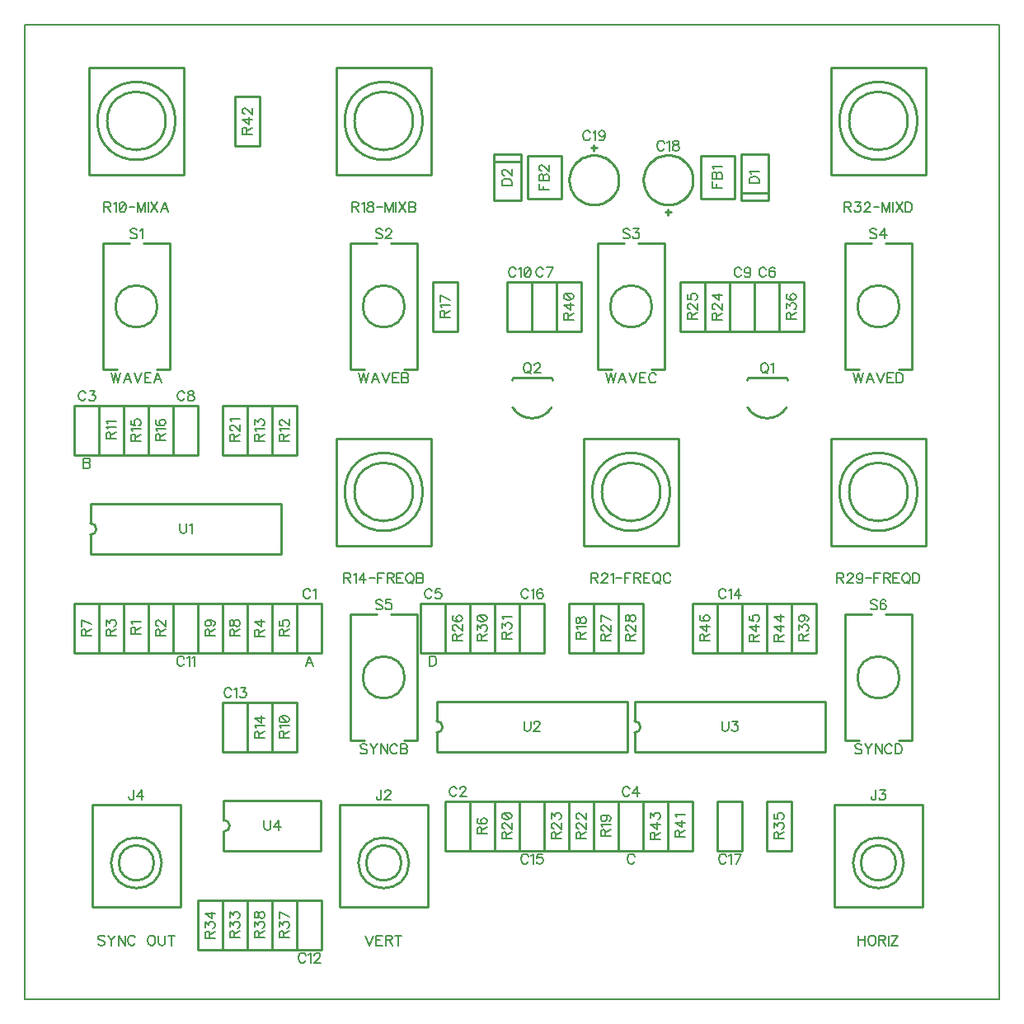
<source format=gbr>
G04 DipTrace 3.2.0.1*
G04 TopAssy.gbr*
%MOIN*%
G04 #@! TF.FileFunction,Drawing,Top*
G04 #@! TF.Part,Single*
%ADD10C,0.009843*%
%ADD11C,0.005512*%
%ADD81C,0.006176*%
%FSLAX26Y26*%
G04*
G70*
G90*
G75*
G01*
G04 TopAssy*
%LPD*%
X1594000Y1994000D2*
D10*
X1494000D1*
Y1794000D1*
X1594000D1*
Y1994000D1*
X2194000Y1194000D2*
X2094000D1*
Y994000D1*
X2194000D1*
Y1194000D1*
X594000Y2594000D2*
X694000D1*
Y2794000D1*
X594000D1*
Y2594000D1*
X2894000Y1194000D2*
X2794000D1*
Y994000D1*
X2894000D1*
Y1194000D1*
X1994000Y1794000D2*
X2094000D1*
Y1994000D1*
X1994000D1*
Y1794000D1*
X3344000Y3094000D2*
X3444000D1*
Y3294000D1*
X3344000D1*
Y3094000D1*
X2444000D2*
X2544000D1*
Y3294000D1*
X2444000D1*
Y3094000D1*
X994000Y2594000D2*
X1094000D1*
Y2794000D1*
X994000D1*
Y2594000D1*
X3344000Y3294000D2*
X3244000D1*
Y3094000D1*
X3344000D1*
Y3294000D1*
X2444000D2*
X2344000D1*
Y3094000D1*
X2444000D1*
Y3294000D1*
X994000Y1794000D2*
X1094000D1*
Y1994000D1*
X994000D1*
Y1794000D1*
X1594000Y794000D2*
X1494000D1*
Y594000D1*
X1594000D1*
Y794000D1*
X1294000Y1594000D2*
X1194000D1*
Y1394000D1*
X1294000D1*
Y1594000D1*
X3194000Y1794000D2*
X3294000D1*
Y1994000D1*
X3194000D1*
Y1794000D1*
X2394000Y994000D2*
X2494000D1*
Y1194000D1*
X2394000D1*
Y994000D1*
Y1794000D2*
X2494000D1*
Y1994000D1*
X2394000D1*
Y1794000D1*
X3194000Y994000D2*
X3294000D1*
Y1194000D1*
X3194000D1*
Y994000D1*
X3005800Y3575143D2*
X2982200D1*
X2994000Y3563301D2*
Y3586986D1*
X2894000Y3705053D2*
X2894244Y3712025D1*
X2894973Y3718962D1*
X2896185Y3725832D1*
X2897874Y3732601D1*
X2900031Y3739235D1*
X2902645Y3745703D1*
X2905705Y3751972D1*
X2909195Y3758014D1*
X2913098Y3763797D1*
X2917396Y3769294D1*
X2922066Y3774478D1*
X2927087Y3779323D1*
X2932434Y3783807D1*
X2938081Y3787907D1*
X2944000Y3791604D1*
X2950163Y3794879D1*
X2956539Y3797716D1*
X2963098Y3800102D1*
X2969808Y3802025D1*
X2976635Y3803475D1*
X2983547Y3804446D1*
X2990510Y3804933D1*
X2997490D1*
X3004453Y3804446D1*
X3011365Y3803475D1*
X3018192Y3802025D1*
X3024902Y3800102D1*
X3031461Y3797716D1*
X3037837Y3794879D1*
X3044000Y3791604D1*
X3049919Y3787907D1*
X3055566Y3783807D1*
X3060913Y3779323D1*
X3065934Y3774478D1*
X3070604Y3769294D1*
X3074902Y3763797D1*
X3078805Y3758014D1*
X3082295Y3751972D1*
X3085355Y3745703D1*
X3087969Y3739235D1*
X3090126Y3732601D1*
X3091815Y3725832D1*
X3093027Y3718962D1*
X3093756Y3712025D1*
X3094000Y3705053D1*
X3093756Y3698082D1*
X3093027Y3691144D1*
X3091815Y3684275D1*
X3090126Y3677506D1*
X3087969Y3670872D1*
X3085355Y3664404D1*
X3082295Y3658134D1*
X3078805Y3652093D1*
X3074902Y3646310D1*
X3070604Y3640813D1*
X3065934Y3635629D1*
X3060913Y3630784D1*
X3055566Y3626300D1*
X3049919Y3622199D1*
X3044000Y3618503D1*
X3037837Y3615228D1*
X3031461Y3612391D1*
X3024902Y3610005D1*
X3018192Y3608082D1*
X3011365Y3606632D1*
X3004453Y3605661D1*
X2997490Y3605174D1*
X2990510D1*
X2983547Y3605661D1*
X2976635Y3606632D1*
X2969808Y3608082D1*
X2963098Y3610005D1*
X2956539Y3612391D1*
X2950163Y3615228D1*
X2944000Y3618503D1*
X2938081Y3622199D1*
X2932434Y3626300D1*
X2927087Y3630784D1*
X2922066Y3635629D1*
X2917396Y3640813D1*
X2913098Y3646310D1*
X2909195Y3652093D1*
X2905705Y3658134D1*
X2902645Y3664404D1*
X2900031Y3670872D1*
X2897874Y3677506D1*
X2896185Y3684275D1*
X2894973Y3691144D1*
X2894244Y3698082D1*
X2894000Y3705053D1*
X2682200Y3834857D2*
X2705800D1*
X2694000Y3846699D2*
Y3823014D1*
X2594000Y3704947D2*
X2594244Y3711918D1*
X2594973Y3718856D1*
X2596185Y3725725D1*
X2597874Y3732494D1*
X2600031Y3739128D1*
X2602645Y3745596D1*
X2605705Y3751866D1*
X2609195Y3757907D1*
X2613098Y3763690D1*
X2617396Y3769187D1*
X2622066Y3774371D1*
X2627087Y3779216D1*
X2632434Y3783700D1*
X2638081Y3787801D1*
X2644000Y3791497D1*
X2650163Y3794772D1*
X2656539Y3797609D1*
X2663098Y3799995D1*
X2669808Y3801918D1*
X2676635Y3803368D1*
X2683547Y3804339D1*
X2690510Y3804826D1*
X2697490D1*
X2704453Y3804339D1*
X2711365Y3803368D1*
X2718192Y3801918D1*
X2724902Y3799995D1*
X2731461Y3797609D1*
X2737837Y3794772D1*
X2744000Y3791497D1*
X2749919Y3787801D1*
X2755566Y3783700D1*
X2760913Y3779216D1*
X2765934Y3774371D1*
X2770604Y3769187D1*
X2774902Y3763690D1*
X2778805Y3757907D1*
X2782295Y3751866D1*
X2785355Y3745596D1*
X2787969Y3739128D1*
X2790126Y3732494D1*
X2791815Y3725725D1*
X2793027Y3718856D1*
X2793756Y3711918D1*
X2794000Y3704947D1*
X2793756Y3697975D1*
X2793027Y3691038D1*
X2791815Y3684168D1*
X2790126Y3677399D1*
X2787969Y3670765D1*
X2785355Y3664297D1*
X2782295Y3658028D1*
X2778805Y3651986D1*
X2774902Y3646203D1*
X2770604Y3640706D1*
X2765934Y3635522D1*
X2760913Y3630677D1*
X2755566Y3626193D1*
X2749919Y3622093D1*
X2744000Y3618396D1*
X2737837Y3615121D1*
X2731461Y3612284D1*
X2724902Y3609898D1*
X2718192Y3607975D1*
X2711365Y3606525D1*
X2704453Y3605554D1*
X2697490Y3605067D1*
X2690510D1*
X2683547Y3605554D1*
X2676635Y3606525D1*
X2669808Y3607975D1*
X2663098Y3609898D1*
X2656539Y3612284D1*
X2650163Y3615121D1*
X2644000Y3618396D1*
X2638081Y3622093D1*
X2632434Y3626193D1*
X2627087Y3630677D1*
X2622066Y3635522D1*
X2617396Y3640706D1*
X2613098Y3646203D1*
X2609195Y3651986D1*
X2605705Y3658028D1*
X2602645Y3664297D1*
X2600031Y3670765D1*
X2597874Y3677399D1*
X2596185Y3684168D1*
X2594973Y3691038D1*
X2594244Y3697975D1*
X2594000Y3704947D1*
X3399118Y3621381D2*
X3288882D1*
Y3623439D2*
Y3808561D1*
X3399118Y3651222D2*
X3288882D1*
X3399118Y3808561D2*
X3288882D1*
X3399118Y3623439D2*
Y3808561D1*
X2288882Y3810619D2*
X2399118D1*
Y3808561D2*
Y3623439D1*
X2288882Y3780778D2*
X2399118D1*
X2288882Y3623439D2*
X2399118D1*
X2288882Y3808561D2*
Y3623439D1*
X3262000Y3804004D2*
Y3627996D1*
X3126000D2*
X3262000Y3628486D1*
X3126000Y3804004D2*
Y3627996D1*
Y3804004D2*
X3262000D1*
X2562000D2*
Y3627996D1*
X2426000D2*
X2562000Y3628486D1*
X2426000Y3804004D2*
Y3627996D1*
Y3804004D2*
X2562000D1*
X1666835Y1180220D2*
X2021165D1*
Y766797D1*
X1666835D1*
Y1180220D1*
X1773134Y944008D2*
G02X1773134Y944008I70866J0D01*
G01*
X1741634D2*
G02X1741634Y944008I102366J0D01*
G01*
X3666835Y1180220D2*
X4021165D1*
Y766797D1*
X3666835D1*
Y1180220D1*
X3773134Y944008D2*
G02X3773134Y944008I70866J0D01*
G01*
X3741634D2*
G02X3741634Y944008I102366J0D01*
G01*
X666835Y1180220D2*
X1021165D1*
Y766797D1*
X666835D1*
Y1180220D1*
X773134Y944008D2*
G02X773134Y944008I70866J0D01*
G01*
X741634D2*
G02X741634Y944008I102366J0D01*
G01*
X3315247Y2906992D2*
X3311336Y2895186D1*
X3315247Y2784944D2*
G03X3472753Y2784944I78753J49953D01*
G01*
Y2906992D2*
X3476664Y2895186D1*
X3472753Y2906992D2*
X3315247D1*
X2365247D2*
X2361336Y2895186D1*
X2365247Y2784944D2*
G03X2522753Y2784944I78753J49953D01*
G01*
Y2906992D2*
X2526664Y2895186D1*
X2522753Y2906992D2*
X2365247D1*
X794000Y1794174D2*
Y1993826D1*
X894000D2*
X794000D1*
X894000Y1794174D2*
Y1993826D1*
Y1794174D2*
X794000D1*
X994000Y1993826D2*
Y1794174D1*
X894000D2*
X994000D1*
X894000Y1993826D2*
Y1794174D1*
Y1993826D2*
X994000D1*
X694000Y1794174D2*
Y1993826D1*
X794000D2*
X694000D1*
X794000Y1794174D2*
Y1993826D1*
Y1794174D2*
X694000D1*
X1294000D2*
Y1993826D1*
X1394000D2*
X1294000D1*
X1394000Y1794174D2*
Y1993826D1*
Y1794174D2*
X1294000D1*
X1394000D2*
Y1993826D1*
X1494000D2*
X1394000D1*
X1494000Y1794174D2*
Y1993826D1*
Y1794174D2*
X1394000D1*
X2194000Y994174D2*
Y1193826D1*
X2294000D2*
X2194000D1*
X2294000Y994174D2*
Y1193826D1*
Y994174D2*
X2194000D1*
X594000Y1794174D2*
Y1993826D1*
X694000D2*
X594000D1*
X694000Y1794174D2*
Y1993826D1*
Y1794174D2*
X594000D1*
X1294000Y1993826D2*
Y1794174D1*
X1194000D2*
X1294000D1*
X1194000Y1993826D2*
Y1794174D1*
Y1993826D2*
X1294000D1*
X1094000Y1794174D2*
Y1993826D1*
X1194000D2*
X1094000D1*
X1194000Y1794174D2*
Y1993826D1*
Y1794174D2*
X1094000D1*
X1494000Y1593826D2*
Y1394174D1*
X1394000D2*
X1494000D1*
X1394000Y1593826D2*
Y1394174D1*
Y1593826D2*
X1494000D1*
X694000Y2594174D2*
Y2793826D1*
X794000D2*
X694000D1*
X794000Y2594174D2*
Y2793826D1*
Y2594174D2*
X694000D1*
X1494000Y2793826D2*
Y2594174D1*
X1394000D2*
X1494000D1*
X1394000Y2793826D2*
Y2594174D1*
Y2793826D2*
X1494000D1*
X1294000Y2594174D2*
Y2793826D1*
X1394000D2*
X1294000D1*
X1394000Y2594174D2*
Y2793826D1*
Y2594174D2*
X1294000D1*
X1394000Y1593826D2*
Y1394174D1*
X1294000D2*
X1394000D1*
X1294000Y1593826D2*
Y1394174D1*
Y1593826D2*
X1394000D1*
X894000Y2793826D2*
Y2594174D1*
X794000D2*
X894000D1*
X794000Y2793826D2*
Y2594174D1*
Y2793826D2*
X894000D1*
X994000D2*
Y2594174D1*
X894000D2*
X994000D1*
X894000Y2793826D2*
Y2594174D1*
Y2793826D2*
X994000D1*
X2144000Y3293826D2*
Y3094174D1*
X2044000D2*
X2144000D1*
X2044000Y3293826D2*
Y3094174D1*
Y3293826D2*
X2144000D1*
X2694000Y1993826D2*
Y1794174D1*
X2594000D2*
X2694000D1*
X2594000Y1993826D2*
Y1794174D1*
Y1993826D2*
X2694000D1*
X2794000Y1193826D2*
Y994174D1*
X2694000D2*
X2794000D1*
X2694000Y1193826D2*
Y994174D1*
Y1193826D2*
X2794000D1*
X2394000D2*
Y994174D1*
X2294000D2*
X2394000D1*
X2294000Y1193826D2*
Y994174D1*
Y1193826D2*
X2394000D1*
X1294000Y2793826D2*
Y2594174D1*
X1194000D2*
X1294000D1*
X1194000Y2793826D2*
Y2594174D1*
Y2793826D2*
X1294000D1*
X2594000Y994174D2*
Y1193826D1*
X2694000D2*
X2594000D1*
X2694000Y994174D2*
Y1193826D1*
Y994174D2*
X2594000D1*
X2494000D2*
Y1193826D1*
X2594000D2*
X2494000D1*
X2594000Y994174D2*
Y1193826D1*
Y994174D2*
X2494000D1*
X3144000Y3094174D2*
Y3293826D1*
X3244000D2*
X3144000D1*
X3244000Y3094174D2*
Y3293826D1*
Y3094174D2*
X3144000D1*
Y3293826D2*
Y3094174D1*
X3044000D2*
X3144000D1*
X3044000Y3293826D2*
Y3094174D1*
Y3293826D2*
X3144000D1*
X2094000Y1794174D2*
Y1993826D1*
X2194000D2*
X2094000D1*
X2194000Y1794174D2*
Y1993826D1*
Y1794174D2*
X2094000D1*
X2794000Y1993826D2*
Y1794174D1*
X2694000D2*
X2794000D1*
X2694000Y1993826D2*
Y1794174D1*
Y1993826D2*
X2794000D1*
Y1794174D2*
Y1993826D1*
X2894000D2*
X2794000D1*
X2894000Y1794174D2*
Y1993826D1*
Y1794174D2*
X2794000D1*
X2294000Y1993826D2*
Y1794174D1*
X2194000D2*
X2294000D1*
X2194000Y1993826D2*
Y1794174D1*
Y1993826D2*
X2294000D1*
X2394000D2*
Y1794174D1*
X2294000D2*
X2394000D1*
X2294000Y1993826D2*
Y1794174D1*
Y1993826D2*
X2394000D1*
X1194000Y594174D2*
Y793826D1*
X1294000D2*
X1194000D1*
X1294000Y594174D2*
Y793826D1*
Y594174D2*
X1194000D1*
X1094000D2*
Y793826D1*
X1194000D2*
X1094000D1*
X1194000Y594174D2*
Y793826D1*
Y594174D2*
X1094000D1*
X3394000Y994174D2*
Y1193826D1*
X3494000D2*
X3394000D1*
X3494000Y994174D2*
Y1193826D1*
Y994174D2*
X3394000D1*
X3444000Y3094174D2*
Y3293826D1*
X3544000D2*
X3444000D1*
X3544000Y3094174D2*
Y3293826D1*
Y3094174D2*
X3444000D1*
X1394000Y594174D2*
Y793826D1*
X1494000D2*
X1394000D1*
X1494000Y594174D2*
Y793826D1*
Y594174D2*
X1394000D1*
X1294000D2*
Y793826D1*
X1394000D2*
X1294000D1*
X1394000Y594174D2*
Y793826D1*
Y594174D2*
X1294000D1*
X3494000Y1794174D2*
Y1993826D1*
X3594000D2*
X3494000D1*
X3594000Y1794174D2*
Y1993826D1*
Y1794174D2*
X3494000D1*
X2544000Y3094174D2*
Y3293826D1*
X2644000D2*
X2544000D1*
X2644000Y3094174D2*
Y3293826D1*
Y3094174D2*
X2544000D1*
X3094000Y1193826D2*
Y994174D1*
X2994000D2*
X3094000D1*
X2994000Y1193826D2*
Y994174D1*
Y1193826D2*
X3094000D1*
X1344000Y4043826D2*
Y3844174D1*
X1244000D2*
X1344000D1*
X1244000Y4043826D2*
Y3844174D1*
Y4043826D2*
X1344000D1*
X2894000Y994174D2*
Y1193826D1*
X2994000D2*
X2894000D1*
X2994000Y994174D2*
Y1193826D1*
Y994174D2*
X2894000D1*
X3494000Y1993826D2*
Y1794174D1*
X3394000D2*
X3494000D1*
X3394000Y1993826D2*
Y1794174D1*
Y1993826D2*
X3494000D1*
X3294000Y1794174D2*
Y1993826D1*
X3394000D2*
X3294000D1*
X3394000Y1794174D2*
Y1993826D1*
Y1794174D2*
X3294000D1*
X3194000Y1993826D2*
Y1794174D1*
X3094000D2*
X3194000D1*
X3094000Y1993826D2*
Y1794174D1*
Y1993826D2*
X3194000D1*
X651074Y4160535D2*
X1036926D1*
Y3727472D1*
X651074D1*
Y4160535D1*
X686521Y3944004D2*
G02X686521Y3944004I157479J0D01*
G01*
X725891D2*
G02X725891Y3944004I118109J0D01*
G01*
X1651074Y2660535D2*
X2036926D1*
Y2227472D1*
X1651074D1*
Y2660535D1*
X1686521Y2444004D2*
G02X1686521Y2444004I157479J0D01*
G01*
X1725891D2*
G02X1725891Y2444004I118109J0D01*
G01*
X1651074Y4160535D2*
X2036926D1*
Y3727472D1*
X1651074D1*
Y4160535D1*
X1686521Y3944004D2*
G02X1686521Y3944004I157479J0D01*
G01*
X1725891D2*
G02X1725891Y3944004I118109J0D01*
G01*
X2651074Y2660535D2*
X3036926D1*
Y2227472D1*
X2651074D1*
Y2660535D1*
X2686521Y2444004D2*
G02X2686521Y2444004I157479J0D01*
G01*
X2725891D2*
G02X2725891Y2444004I118109J0D01*
G01*
X3651074Y2660535D2*
X4036926D1*
Y2227472D1*
X3651074D1*
Y2660535D1*
X3686521Y2444004D2*
G02X3686521Y2444004I157479J0D01*
G01*
X3725891D2*
G02X3725891Y2444004I118109J0D01*
G01*
X3651074Y4160535D2*
X4036926D1*
Y3727472D1*
X3651074D1*
Y4160535D1*
X3686521Y3944004D2*
G02X3686521Y3944004I157479J0D01*
G01*
X3725891D2*
G02X3725891Y3944004I118109J0D01*
G01*
X710142Y3449906D2*
X816452D1*
X759348Y3194000D2*
G02X759348Y3194000I84652J0D01*
G01*
X765265Y2938094D2*
X710142D1*
Y2942035D2*
Y3449906D1*
X871548D2*
X977858D1*
Y2938094D1*
X926671D1*
X1710142Y3449906D2*
X1816452D1*
X1759348Y3194000D2*
G02X1759348Y3194000I84652J0D01*
G01*
X1765265Y2938094D2*
X1710142D1*
Y2942035D2*
Y3449906D1*
X1871548D2*
X1977858D1*
Y2938094D1*
X1926671D1*
X2710142Y3449906D2*
X2816452D1*
X2759348Y3194000D2*
G02X2759348Y3194000I84652J0D01*
G01*
X2765265Y2938094D2*
X2710142D1*
Y2942035D2*
Y3449906D1*
X2871548D2*
X2977858D1*
Y2938094D1*
X2926671D1*
X3710142Y3449906D2*
X3816452D1*
X3759348Y3194000D2*
G02X3759348Y3194000I84652J0D01*
G01*
X3765265Y2938094D2*
X3710142D1*
Y2942035D2*
Y3449906D1*
X3871548D2*
X3977858D1*
Y2938094D1*
X3926671D1*
X1710142Y1949906D2*
X1816452D1*
X1759348Y1694000D2*
G02X1759348Y1694000I84652J0D01*
G01*
X1765265Y1438094D2*
X1710142D1*
Y1442035D2*
Y1949906D1*
X1871548D2*
X1977858D1*
Y1438094D1*
X1926671D1*
X3710142Y1949906D2*
X3816452D1*
X3759348Y1694000D2*
G02X3759348Y1694000I84652J0D01*
G01*
X3765265Y1438094D2*
X3710142D1*
Y1442035D2*
Y1949906D1*
X3871548D2*
X3977858D1*
Y1438094D1*
X3926671D1*
X658173Y2396367D2*
X1429827D1*
Y2191633D2*
Y2396367D1*
X658173Y2191633D2*
X1429827D1*
X658173D2*
Y2270374D1*
Y2396367D2*
Y2317626D1*
Y2270374D2*
G03X658173Y2317626I-13J23626D01*
G01*
X2058173Y1596367D2*
X2829827D1*
Y1391633D2*
Y1596367D1*
X2058173Y1391633D2*
X2829827D1*
X2058173D2*
Y1470374D1*
Y1596367D2*
Y1517626D1*
Y1470374D2*
G03X2058173Y1517626I-13J23626D01*
G01*
X2858173Y1596367D2*
X3629827D1*
Y1391633D2*
Y1596367D1*
X2858173Y1391633D2*
X3629827D1*
X2858173D2*
Y1470374D1*
Y1596367D2*
Y1517626D1*
Y1470374D2*
G03X2858173Y1517626I-13J23626D01*
G01*
X1197150Y1196367D2*
X1590850D1*
Y991633D2*
Y1196367D1*
X1197150Y991633D2*
X1590850D1*
X1197150D2*
Y1070374D1*
Y1196367D2*
Y1117626D1*
Y1070374D2*
G03X1197150Y1117626I-4J23626D01*
G01*
X1547375Y2043028D2*
D81*
X1545474Y2046830D1*
X1541627Y2050677D1*
X1537824Y2052578D1*
X1530175D1*
X1526328Y2050677D1*
X1522526Y2046830D1*
X1520580Y2043028D1*
X1518679Y2037280D1*
Y2027685D1*
X1520580Y2021981D1*
X1522526Y2018134D1*
X1526328Y2014332D1*
X1530175Y2012386D1*
X1537824D1*
X1541627Y2014332D1*
X1545474Y2018134D1*
X1547375Y2021981D1*
X1559726Y2044885D2*
X1563573Y2046830D1*
X1569321Y2052534D1*
Y2012386D1*
X1559321Y1740241D2*
X1543978Y1780433D1*
X1528679Y1740241D1*
X1534427Y1753638D2*
X1553573D1*
X2138775Y1243028D2*
X2136874Y1246830D1*
X2133027Y1250677D1*
X2129224Y1252578D1*
X2121575D1*
X2117728Y1250677D1*
X2113926Y1246830D1*
X2111980Y1243028D1*
X2110079Y1237280D1*
Y1227685D1*
X2111980Y1221981D1*
X2113926Y1218134D1*
X2117728Y1214332D1*
X2121575Y1212386D1*
X2129224D1*
X2133027Y1214332D1*
X2136874Y1218134D1*
X2138775Y1221981D1*
X2153072Y1242984D2*
Y1244885D1*
X2154973Y1248732D1*
X2156874Y1250633D1*
X2160721Y1252534D1*
X2168370D1*
X2172173Y1250633D1*
X2174074Y1248732D1*
X2176020Y1244885D1*
Y1241082D1*
X2174074Y1237236D1*
X2170272Y1231532D1*
X2151126Y1212386D1*
X2177921D1*
X638775Y2843028D2*
X636874Y2846830D1*
X633027Y2850677D1*
X629224Y2852578D1*
X621575D1*
X617728Y2850677D1*
X613926Y2846830D1*
X611980Y2843028D1*
X610079Y2837280D1*
Y2827685D1*
X611980Y2821981D1*
X613926Y2818134D1*
X617728Y2814332D1*
X621575Y2812386D1*
X629224D1*
X633027Y2814332D1*
X636874Y2818134D1*
X638775Y2821981D1*
X654973Y2852534D2*
X675976D1*
X664524Y2837236D1*
X670272D1*
X674074Y2835334D1*
X675976Y2833433D1*
X677921Y2827685D1*
Y2823883D1*
X675976Y2818134D1*
X672173Y2814288D1*
X666425Y2812386D1*
X660677D1*
X654973Y2814288D1*
X653072Y2816233D1*
X651126Y2820036D1*
X630603Y2580433D2*
Y2540241D1*
X647847D1*
X653595Y2542187D1*
X655496Y2544088D1*
X657397Y2547890D1*
Y2553638D1*
X655496Y2557485D1*
X653595Y2559386D1*
X647847Y2561288D1*
X653595Y2563233D1*
X655496Y2565134D1*
X657397Y2568937D1*
Y2572784D1*
X655496Y2576586D1*
X653595Y2578532D1*
X647847Y2580433D1*
X630603D1*
Y2561288D2*
X647847D1*
X2837824Y1243028D2*
X2835923Y1246830D1*
X2832076Y1250677D1*
X2828274Y1252578D1*
X2820624D1*
X2816778Y1250677D1*
X2812975Y1246830D1*
X2811030Y1243028D1*
X2809128Y1237280D1*
Y1227685D1*
X2811030Y1221981D1*
X2812975Y1218134D1*
X2816778Y1214332D1*
X2820624Y1212386D1*
X2828274D1*
X2832076Y1214332D1*
X2835923Y1218134D1*
X2837824Y1221981D1*
X2869321Y1212386D2*
Y1252534D1*
X2850176Y1225784D1*
X2878872D1*
X2858348Y970882D2*
X2856447Y974685D1*
X2852600Y978532D1*
X2848797Y980433D1*
X2841148D1*
X2837301Y978532D1*
X2833499Y974685D1*
X2831553Y970882D1*
X2829652Y965134D1*
Y955540D1*
X2831553Y949836D1*
X2833499Y945989D1*
X2837301Y942187D1*
X2841148Y940241D1*
X2848797D1*
X2852600Y942187D1*
X2856447Y945989D1*
X2858348Y949836D1*
X2038775Y2043028D2*
X2036874Y2046830D1*
X2033027Y2050677D1*
X2029224Y2052578D1*
X2021575D1*
X2017728Y2050677D1*
X2013926Y2046830D1*
X2011980Y2043028D1*
X2010079Y2037280D1*
Y2027685D1*
X2011980Y2021981D1*
X2013926Y2018134D1*
X2017728Y2014332D1*
X2021575Y2012386D1*
X2029224D1*
X2033027Y2014332D1*
X2036874Y2018134D1*
X2038775Y2021981D1*
X2074074Y2052534D2*
X2054973D1*
X2053072Y2035334D1*
X2054973Y2037236D1*
X2060721Y2039181D1*
X2066425D1*
X2072173Y2037236D1*
X2076020Y2033433D1*
X2077921Y2027685D1*
Y2023883D1*
X2076020Y2018134D1*
X2072173Y2014288D1*
X2066425Y2012386D1*
X2060721D1*
X2054973Y2014288D1*
X2053072Y2016233D1*
X2051126Y2020036D1*
X2030603Y1780433D2*
Y1740241D1*
X2044000D1*
X2049748Y1742187D1*
X2053595Y1745989D1*
X2055496Y1749836D1*
X2057397Y1755540D1*
Y1765134D1*
X2055496Y1770882D1*
X2053595Y1774685D1*
X2049748Y1778532D1*
X2044000Y1780433D1*
X2030603D1*
X3389748Y3343028D2*
X3387846Y3346830D1*
X3384000Y3350677D1*
X3380197Y3352578D1*
X3372548D1*
X3368701Y3350677D1*
X3364898Y3346830D1*
X3362953Y3343028D1*
X3361052Y3337280D1*
Y3327685D1*
X3362953Y3321981D1*
X3364898Y3318134D1*
X3368701Y3314332D1*
X3372548Y3312386D1*
X3380197D1*
X3384000Y3314332D1*
X3387846Y3318134D1*
X3389748Y3321981D1*
X3425047Y3346830D2*
X3423146Y3350633D1*
X3417398Y3352534D1*
X3413595D1*
X3407847Y3350633D1*
X3404000Y3344885D1*
X3402099Y3335334D1*
Y3325784D1*
X3404000Y3318134D1*
X3407847Y3314288D1*
X3413595Y3312386D1*
X3415496D1*
X3421200Y3314288D1*
X3425047Y3318134D1*
X3426948Y3323883D1*
Y3325784D1*
X3425047Y3331532D1*
X3421200Y3335334D1*
X3415496Y3337236D1*
X3413595D1*
X3407847Y3335334D1*
X3404000Y3331532D1*
X3402099Y3325784D1*
X2488775Y3343028D2*
X2486874Y3346830D1*
X2483027Y3350677D1*
X2479224Y3352578D1*
X2471575D1*
X2467728Y3350677D1*
X2463926Y3346830D1*
X2461980Y3343028D1*
X2460079Y3337280D1*
Y3327685D1*
X2461980Y3321981D1*
X2463926Y3318134D1*
X2467728Y3314332D1*
X2471575Y3312386D1*
X2479224D1*
X2483027Y3314332D1*
X2486874Y3318134D1*
X2488775Y3321981D1*
X2508776Y3312386D2*
X2527921Y3352534D1*
X2501126D1*
X1038797Y2843028D2*
X1036896Y2846830D1*
X1033049Y2850677D1*
X1029246Y2852578D1*
X1021597D1*
X1017750Y2850677D1*
X1013948Y2846830D1*
X1012002Y2843028D1*
X1010101Y2837280D1*
Y2827685D1*
X1012002Y2821981D1*
X1013948Y2818134D1*
X1017750Y2814332D1*
X1021597Y2812386D1*
X1029246D1*
X1033049Y2814332D1*
X1036896Y2818134D1*
X1038797Y2821981D1*
X1060699Y2852534D2*
X1054995Y2850633D1*
X1053050Y2846830D1*
Y2842984D1*
X1054995Y2839181D1*
X1058798Y2837236D1*
X1066447Y2835334D1*
X1072195Y2833433D1*
X1075998Y2829586D1*
X1077899Y2825784D1*
Y2820036D1*
X1075998Y2816233D1*
X1074096Y2814288D1*
X1068348Y2812386D1*
X1060699D1*
X1054995Y2814288D1*
X1053050Y2816233D1*
X1051148Y2820036D1*
Y2825784D1*
X1053050Y2829586D1*
X1056896Y2833433D1*
X1062600Y2835334D1*
X1070250Y2837236D1*
X1074096Y2839181D1*
X1075998Y2842984D1*
Y2846830D1*
X1074096Y2850633D1*
X1068348Y2852534D1*
X1060699D1*
X3289726Y3343028D2*
X3287824Y3346830D1*
X3283978Y3350677D1*
X3280175Y3352578D1*
X3272526D1*
X3268679Y3350677D1*
X3264876Y3346830D1*
X3262931Y3343028D1*
X3261030Y3337280D1*
Y3327685D1*
X3262931Y3321981D1*
X3264876Y3318134D1*
X3268679Y3314332D1*
X3272526Y3312386D1*
X3280175D1*
X3283978Y3314332D1*
X3287824Y3318134D1*
X3289726Y3321981D1*
X3326970Y3339181D2*
X3325025Y3333433D1*
X3321222Y3329586D1*
X3315474Y3327685D1*
X3313573D1*
X3307825Y3329586D1*
X3304022Y3333433D1*
X3302077Y3339181D1*
Y3341082D1*
X3304022Y3346830D1*
X3307825Y3350633D1*
X3313573Y3352534D1*
X3315474D1*
X3321222Y3350633D1*
X3325025Y3346830D1*
X3326970Y3339181D1*
Y3329586D1*
X3325025Y3320036D1*
X3321222Y3314288D1*
X3315474Y3312386D1*
X3311672D1*
X3305924Y3314288D1*
X3304022Y3318134D1*
X2377802Y3343028D2*
X2375901Y3346830D1*
X2372054Y3350677D1*
X2368251Y3352578D1*
X2360602D1*
X2356755Y3350677D1*
X2352953Y3346830D1*
X2351007Y3343028D1*
X2349106Y3337280D1*
Y3327685D1*
X2351007Y3321981D1*
X2352953Y3318134D1*
X2356755Y3314332D1*
X2360602Y3312386D1*
X2368251D1*
X2372054Y3314332D1*
X2375901Y3318134D1*
X2377802Y3321981D1*
X2390153Y3344885D2*
X2394000Y3346830D1*
X2399748Y3352534D1*
Y3312386D1*
X2423595Y3352534D2*
X2417847Y3350633D1*
X2414001Y3344885D1*
X2412099Y3335334D1*
Y3329586D1*
X2414001Y3320036D1*
X2417847Y3314288D1*
X2423595Y3312386D1*
X2427398D1*
X2433146Y3314288D1*
X2436949Y3320036D1*
X2438894Y3329586D1*
Y3335334D1*
X2436949Y3344885D1*
X2433146Y3350633D1*
X2427398Y3352534D1*
X2423595D1*
X2436949Y3344885D2*
X2414001Y3320036D1*
X1036402Y1770882D2*
X1034501Y1774685D1*
X1030654Y1778532D1*
X1026851Y1780433D1*
X1019202D1*
X1015355Y1778532D1*
X1011553Y1774685D1*
X1009607Y1770882D1*
X1007706Y1765134D1*
Y1755540D1*
X1009607Y1749836D1*
X1011553Y1745989D1*
X1015355Y1742187D1*
X1019202Y1740241D1*
X1026851D1*
X1030654Y1742187D1*
X1034501Y1745989D1*
X1036402Y1749836D1*
X1048753Y1772740D2*
X1052600Y1774685D1*
X1058348Y1780389D1*
Y1740241D1*
X1070699Y1772740D2*
X1074546Y1774685D1*
X1080294Y1780389D1*
Y1740241D1*
X1527802Y570882D2*
X1525901Y574685D1*
X1522054Y578532D1*
X1518251Y580433D1*
X1510602D1*
X1506755Y578532D1*
X1502953Y574685D1*
X1501007Y570882D1*
X1499106Y565134D1*
Y555540D1*
X1501007Y549836D1*
X1502953Y545989D1*
X1506755Y542187D1*
X1510602Y540241D1*
X1518251D1*
X1522054Y542187D1*
X1525901Y545989D1*
X1527802Y549836D1*
X1540153Y572740D2*
X1544000Y574685D1*
X1549748Y580389D1*
Y540241D1*
X1564045Y570838D2*
Y572740D1*
X1565946Y576586D1*
X1567847Y578488D1*
X1571694Y580389D1*
X1579344D1*
X1583146Y578488D1*
X1585047Y576586D1*
X1586993Y572740D1*
Y568937D1*
X1585047Y565090D1*
X1581245Y559386D1*
X1562099Y540241D1*
X1588894D1*
X1227802Y1643028D2*
X1225901Y1646830D1*
X1222054Y1650677D1*
X1218251Y1652578D1*
X1210602D1*
X1206755Y1650677D1*
X1202953Y1646830D1*
X1201007Y1643028D1*
X1199106Y1637280D1*
Y1627685D1*
X1201007Y1621981D1*
X1202953Y1618134D1*
X1206755Y1614332D1*
X1210602Y1612386D1*
X1218251D1*
X1222054Y1614332D1*
X1225901Y1618134D1*
X1227802Y1621981D1*
X1240153Y1644885D2*
X1244000Y1646830D1*
X1249748Y1652534D1*
Y1612386D1*
X1265946Y1652534D2*
X1286949D1*
X1275497Y1637236D1*
X1281245D1*
X1285047Y1635334D1*
X1286949Y1633433D1*
X1288894Y1627685D1*
Y1623883D1*
X1286949Y1618134D1*
X1283146Y1614288D1*
X1277398Y1612386D1*
X1271650D1*
X1265946Y1614288D1*
X1264045Y1616233D1*
X1262099Y1620036D1*
X3226851Y2043028D2*
X3224950Y2046830D1*
X3221103Y2050677D1*
X3217301Y2052578D1*
X3209651D1*
X3205805Y2050677D1*
X3202002Y2046830D1*
X3200057Y2043028D1*
X3198155Y2037280D1*
Y2027685D1*
X3200057Y2021981D1*
X3202002Y2018134D1*
X3205805Y2014332D1*
X3209651Y2012386D1*
X3217301D1*
X3221103Y2014332D1*
X3224950Y2018134D1*
X3226851Y2021981D1*
X3239203Y2044885D2*
X3243049Y2046830D1*
X3248797Y2052534D1*
Y2012386D1*
X3280294D2*
Y2052534D1*
X3261149Y2025784D1*
X3289845D1*
X2427802Y970882D2*
X2425901Y974685D1*
X2422054Y978532D1*
X2418251Y980433D1*
X2410602D1*
X2406755Y978532D1*
X2402953Y974685D1*
X2401007Y970882D1*
X2399106Y965134D1*
Y955540D1*
X2401007Y949836D1*
X2402953Y945989D1*
X2406755Y942187D1*
X2410602Y940241D1*
X2418251D1*
X2422054Y942187D1*
X2425901Y945989D1*
X2427802Y949836D1*
X2440153Y972740D2*
X2444000Y974685D1*
X2449748Y980389D1*
Y940241D1*
X2485047Y980389D2*
X2465946D1*
X2464045Y963189D1*
X2465946Y965090D1*
X2471694Y967036D1*
X2477398D1*
X2483146Y965090D1*
X2486993Y961288D1*
X2488894Y955540D1*
Y951737D1*
X2486993Y945989D1*
X2483146Y942142D1*
X2477398Y940241D1*
X2471694D1*
X2465946Y942142D1*
X2464045Y944088D1*
X2462099Y947890D1*
X2428775Y2043028D2*
X2426873Y2046830D1*
X2423027Y2050677D1*
X2419224Y2052578D1*
X2411575D1*
X2407728Y2050677D1*
X2403925Y2046830D1*
X2401980Y2043028D1*
X2400079Y2037280D1*
Y2027685D1*
X2401980Y2021981D1*
X2403925Y2018134D1*
X2407728Y2014332D1*
X2411575Y2012386D1*
X2419224D1*
X2423027Y2014332D1*
X2426873Y2018134D1*
X2428775Y2021981D1*
X2441126Y2044885D2*
X2444973Y2046830D1*
X2450721Y2052534D1*
Y2012386D1*
X2486020Y2046830D2*
X2484119Y2050633D1*
X2478371Y2052534D1*
X2474568D1*
X2468820Y2050633D1*
X2464973Y2044885D1*
X2463072Y2035334D1*
Y2025784D1*
X2464973Y2018134D1*
X2468820Y2014288D1*
X2474568Y2012386D1*
X2476470D1*
X2482173Y2014288D1*
X2486020Y2018134D1*
X2487921Y2023883D1*
Y2025784D1*
X2486020Y2031532D1*
X2482173Y2035334D1*
X2476470Y2037236D1*
X2474568D1*
X2468820Y2035334D1*
X2464973Y2031532D1*
X2463072Y2025784D1*
X3227802Y970882D2*
X3225901Y974685D1*
X3222054Y978532D1*
X3218251Y980433D1*
X3210602D1*
X3206755Y978532D1*
X3202953Y974685D1*
X3201007Y970882D1*
X3199106Y965134D1*
Y955540D1*
X3201007Y949836D1*
X3202953Y945989D1*
X3206755Y942187D1*
X3210602Y940241D1*
X3218251D1*
X3222054Y942187D1*
X3225901Y945989D1*
X3227802Y949836D1*
X3240153Y972740D2*
X3244000Y974685D1*
X3249748Y980389D1*
Y940241D1*
X3269749D2*
X3288894Y980389D1*
X3262099D1*
X2977824Y3854021D2*
X2975923Y3857824D1*
X2972076Y3861671D1*
X2968273Y3863572D1*
X2960624D1*
X2956777Y3861671D1*
X2952975Y3857824D1*
X2951029Y3854021D1*
X2949128Y3848273D1*
Y3838679D1*
X2951029Y3832975D1*
X2952975Y3829128D1*
X2956777Y3825325D1*
X2960624Y3823380D1*
X2968273D1*
X2972076Y3825325D1*
X2975923Y3829128D1*
X2977824Y3832975D1*
X2990175Y3855878D2*
X2994022Y3857824D1*
X2999770Y3863528D1*
Y3823380D1*
X3021672Y3863528D2*
X3015968Y3861626D1*
X3014023Y3857824D1*
Y3853977D1*
X3015968Y3850175D1*
X3019771Y3848229D1*
X3027420Y3846328D1*
X3033168Y3844427D1*
X3036971Y3840580D1*
X3038872Y3836777D1*
Y3831029D1*
X3036971Y3827227D1*
X3035069Y3825281D1*
X3029321Y3823380D1*
X3021672D1*
X3015968Y3825281D1*
X3014023Y3827227D1*
X3012122Y3831029D1*
Y3836777D1*
X3014023Y3840580D1*
X3017870Y3844427D1*
X3023573Y3846328D1*
X3031223Y3848229D1*
X3035069Y3850175D1*
X3036971Y3853977D1*
Y3857824D1*
X3035069Y3861626D1*
X3029321Y3863528D1*
X3021672D1*
X2678752Y3895727D2*
X2676851Y3899530D1*
X2673004Y3903377D1*
X2669202Y3905278D1*
X2661553D1*
X2657706Y3903377D1*
X2653903Y3899530D1*
X2651958Y3895727D1*
X2650057Y3889979D1*
Y3880385D1*
X2651958Y3874681D1*
X2653903Y3870834D1*
X2657706Y3867031D1*
X2661553Y3865086D1*
X2669202D1*
X2673004Y3867031D1*
X2676851Y3870834D1*
X2678752Y3874681D1*
X2691104Y3897584D2*
X2694951Y3899530D1*
X2700699Y3905234D1*
Y3865086D1*
X2737943Y3891881D2*
X2735998Y3886133D1*
X2732195Y3882286D1*
X2726447Y3880385D1*
X2724546D1*
X2718798Y3882286D1*
X2714996Y3886133D1*
X2713050Y3891881D1*
Y3893782D1*
X2714996Y3899530D1*
X2718798Y3903332D1*
X2724546Y3905234D1*
X2726447D1*
X2732195Y3903332D1*
X2735998Y3899530D1*
X2737943Y3891881D1*
Y3882286D1*
X2735998Y3872735D1*
X2732195Y3866987D1*
X2726447Y3865086D1*
X2722645D1*
X2716897Y3866987D1*
X2714996Y3870834D1*
X3321494Y3691630D2*
X3361686D1*
Y3705027D1*
X3359741Y3710775D1*
X3355938Y3714622D1*
X3352092Y3716523D1*
X3346388Y3718424D1*
X3336793D1*
X3331045Y3716523D1*
X3327242Y3714622D1*
X3323396Y3710775D1*
X3321494Y3705027D1*
Y3691630D1*
X3329188Y3730776D2*
X3327242Y3734622D1*
X3321539Y3740371D1*
X3361686Y3740370D1*
X2321494Y3683030D2*
X2361686D1*
Y3696427D1*
X2359741Y3702175D1*
X2355938Y3706022D1*
X2352092Y3707923D1*
X2346388Y3709824D1*
X2336793D1*
X2331045Y3707923D1*
X2327242Y3706022D1*
X2323396Y3702175D1*
X2321494Y3696427D1*
Y3683030D1*
X2331089Y3724121D2*
X2329188D1*
X2325341Y3726023D1*
X2323440Y3727924D1*
X2321539Y3731771D1*
Y3739420D1*
X2323440Y3743222D1*
X2325341Y3745124D1*
X2329188Y3747069D1*
X2332990D1*
X2336837Y3745124D1*
X2342541Y3741321D1*
X2361686Y3722176D1*
Y3748970D1*
X3171494Y3697901D2*
Y3673007D1*
X3211686D1*
X3190640D2*
Y3688306D1*
X3171494Y3710252D2*
X3211686D1*
Y3727496D1*
X3209741Y3733244D1*
X3207840Y3735145D1*
X3204037Y3737047D1*
X3198289D1*
X3194442Y3735145D1*
X3192541Y3733244D1*
X3190640Y3727496D1*
X3188694Y3733244D1*
X3186793Y3735145D1*
X3182990Y3737047D1*
X3179144D1*
X3175341Y3735145D1*
X3173396Y3733244D1*
X3171494Y3727496D1*
Y3710252D1*
X3190640D2*
Y3727496D1*
X3179188Y3749398D2*
X3177242Y3753245D1*
X3171539Y3758993D1*
X3211686D1*
X2471494Y3689301D2*
Y3664407D1*
X2511686D1*
X2490640D2*
Y3679706D1*
X2471494Y3701652D2*
X2511686D1*
Y3718896D1*
X2509741Y3724644D1*
X2507840Y3726545D1*
X2504037Y3728447D1*
X2498289D1*
X2494442Y3726545D1*
X2492541Y3724644D1*
X2490640Y3718896D1*
X2488694Y3724644D1*
X2486793Y3726545D1*
X2482990Y3728447D1*
X2479144D1*
X2475341Y3726545D1*
X2473396Y3724644D1*
X2471494Y3718896D1*
Y3701652D1*
X2490640D2*
Y3718896D1*
X2481089Y3742744D2*
X2479188D1*
X2475341Y3744645D1*
X2473440Y3746546D1*
X2471539Y3750393D1*
Y3758042D1*
X2473440Y3761845D1*
X2475341Y3763746D1*
X2479188Y3765692D1*
X2482990D1*
X2486837Y3763746D1*
X2492541Y3759943D1*
X2511686Y3740798D1*
Y3767593D1*
X1834000Y1238799D2*
Y1208202D1*
X1832098Y1202454D1*
X1830153Y1200552D1*
X1826350Y1198607D1*
X1822504D1*
X1818701Y1200552D1*
X1816800Y1202454D1*
X1814854Y1208202D1*
Y1212004D1*
X1848297Y1229204D2*
Y1231105D1*
X1850198Y1234952D1*
X1852099Y1236853D1*
X1855946Y1238755D1*
X1863595D1*
X1867398Y1236853D1*
X1869299Y1234952D1*
X1871244Y1231105D1*
Y1227303D1*
X1869299Y1223456D1*
X1865496Y1217752D1*
X1846351Y1198607D1*
X1873146D1*
X1770955Y650905D2*
X1786254Y610713D1*
X1801552Y650905D1*
X1838753D2*
X1813904D1*
Y610713D1*
X1838753D1*
X1813904Y631760D2*
X1829202D1*
X1851104D2*
X1868304D1*
X1874052Y633706D1*
X1875998Y635607D1*
X1877899Y639409D1*
Y643256D1*
X1875998Y647059D1*
X1874052Y649004D1*
X1868304Y650905D1*
X1851104D1*
Y610713D1*
X1864502Y631760D2*
X1877899Y610713D1*
X1903648Y650905D2*
Y610713D1*
X1890250Y650905D2*
X1917045D1*
X3834000Y1238799D2*
Y1208202D1*
X3832098Y1202454D1*
X3830153Y1200552D1*
X3826350Y1198607D1*
X3822504D1*
X3818701Y1200552D1*
X3816800Y1202454D1*
X3814854Y1208202D1*
Y1212004D1*
X3850198Y1238755D2*
X3871200D1*
X3859748Y1223456D1*
X3865496D1*
X3869299Y1221555D1*
X3871200Y1219654D1*
X3873146Y1213906D1*
Y1210103D1*
X3871200Y1204355D1*
X3867398Y1200508D1*
X3861650Y1198607D1*
X3855902D1*
X3850198Y1200508D1*
X3848297Y1202454D1*
X3846351Y1206256D1*
X3763807Y650905D2*
Y610713D1*
X3790601Y650905D2*
Y610713D1*
X3763807Y631760D2*
X3790601D1*
X3814449Y650905D2*
X3810602Y649004D1*
X3806799Y645157D1*
X3804854Y641355D1*
X3802953Y635607D1*
Y626012D1*
X3804854Y620308D1*
X3806799Y616462D1*
X3810602Y612659D1*
X3814449Y610713D1*
X3822098D1*
X3825901Y612659D1*
X3829747Y616462D1*
X3831649Y620308D1*
X3833550Y626012D1*
Y635607D1*
X3831649Y641355D1*
X3829747Y645157D1*
X3825901Y649004D1*
X3822098Y650905D1*
X3814449D1*
X3845901Y631760D2*
X3863101D1*
X3868849Y633706D1*
X3870795Y635607D1*
X3872696Y639409D1*
Y643256D1*
X3870795Y647059D1*
X3868849Y649004D1*
X3863101Y650905D1*
X3845901D1*
Y610713D1*
X3859299Y631760D2*
X3872696Y610713D1*
X3885047Y650905D2*
Y610713D1*
X3897399Y650905D2*
X3924193D1*
X3897399Y610713D1*
X3924193D1*
X833049Y1238799D2*
Y1208202D1*
X831148Y1202454D1*
X829202Y1200552D1*
X825400Y1198607D1*
X821553D1*
X817750Y1200552D1*
X815849Y1202454D1*
X813904Y1208202D1*
Y1212004D1*
X864546Y1198607D2*
Y1238755D1*
X845400Y1212004D1*
X874096D1*
X715766Y645157D2*
X711963Y649004D1*
X706215Y650905D1*
X698566D1*
X692818Y649004D1*
X688971Y645157D1*
Y641355D1*
X690916Y637508D1*
X692818Y635607D1*
X696620Y633706D1*
X708116Y629859D1*
X711963Y627958D1*
X713864Y626012D1*
X715766Y622210D1*
Y616462D1*
X711963Y612659D1*
X706215Y610713D1*
X698566D1*
X692818Y612659D1*
X688971Y616462D1*
X728117Y650905D2*
X743416Y631760D1*
Y610713D1*
X758714Y650905D2*
X743416Y631760D1*
X797860Y650905D2*
Y610713D1*
X771066Y650905D1*
Y610713D1*
X838908Y641355D2*
X837006Y645157D1*
X833160Y649004D1*
X829357Y650905D1*
X821708D1*
X817861Y649004D1*
X814058Y645157D1*
X812113Y641355D1*
X810212Y635607D1*
Y626012D1*
X812113Y620308D1*
X814058Y616462D1*
X817861Y612659D1*
X821708Y610713D1*
X829357D1*
X833160Y612659D1*
X837006Y616462D1*
X838908Y620308D1*
X901636Y650905D2*
X897789Y649004D1*
X893987Y645157D1*
X892041Y641355D1*
X890140Y635607D1*
Y626012D1*
X892041Y620308D1*
X893987Y616462D1*
X897789Y612659D1*
X901636Y610713D1*
X909285D1*
X913088Y612659D1*
X916934Y616462D1*
X918836Y620308D1*
X920737Y626012D1*
Y635607D1*
X918836Y641355D1*
X916934Y645157D1*
X913088Y649004D1*
X909285Y650905D1*
X901636D1*
X933088D2*
Y622210D1*
X934990Y616462D1*
X938836Y612659D1*
X944584Y610713D1*
X948387D1*
X954135Y612659D1*
X957982Y616462D1*
X959883Y622210D1*
Y650905D1*
X985632D2*
Y610713D1*
X972234Y650905D2*
X999029D1*
X3379202Y2965571D2*
X3375400Y2963714D1*
X3371553Y2959867D1*
X3369652Y2956020D1*
X3367706Y2950272D1*
Y2940721D1*
X3369652Y2934973D1*
X3371553Y2931171D1*
X3375400Y2927324D1*
X3379202Y2925423D1*
X3386852D1*
X3390698Y2927324D1*
X3394501Y2931171D1*
X3396402Y2934973D1*
X3398348Y2940721D1*
Y2950272D1*
X3396402Y2956020D1*
X3394501Y2959867D1*
X3390698Y2963714D1*
X3386852Y2965571D1*
X3379202D1*
X3384950Y2933072D2*
X3396402Y2921576D1*
X3410699Y2957877D2*
X3414546Y2959823D1*
X3420294Y2965526D1*
Y2925379D1*
X2420602Y2965571D2*
X2416800Y2963714D1*
X2412953Y2959867D1*
X2411052Y2956020D1*
X2409106Y2950272D1*
Y2940721D1*
X2411052Y2934973D1*
X2412953Y2931171D1*
X2416800Y2927324D1*
X2420602Y2925423D1*
X2428252D1*
X2432098Y2927324D1*
X2435901Y2931171D1*
X2437802Y2934973D1*
X2439748Y2940721D1*
Y2950272D1*
X2437802Y2956020D1*
X2435901Y2959867D1*
X2432098Y2963714D1*
X2428252Y2965571D1*
X2420602D1*
X2426350Y2933072D2*
X2437802Y2921576D1*
X2454045Y2955976D2*
Y2957877D1*
X2455946Y2961724D1*
X2457847Y2963625D1*
X2461694Y2965526D1*
X2469343D1*
X2473146Y2963625D1*
X2475047Y2961724D1*
X2476992Y2957877D1*
Y2954075D1*
X2475047Y2950228D1*
X2471244Y2944524D1*
X2452099Y2925379D1*
X2478894D1*
X840640Y1869630D2*
Y1886830D1*
X838694Y1892578D1*
X836793Y1894523D1*
X832990Y1896424D1*
X829144D1*
X825341Y1894523D1*
X823396Y1892578D1*
X821494Y1886830D1*
Y1869630D1*
X861686D1*
X840640Y1883027D2*
X861686Y1896424D1*
X829188Y1908776D2*
X827242Y1912622D1*
X821539Y1918371D1*
X861686Y1918370D1*
X940640Y1861030D2*
Y1878230D1*
X938694Y1883978D1*
X936793Y1885923D1*
X932990Y1887824D1*
X929144D1*
X925341Y1885923D1*
X923396Y1883978D1*
X921494Y1878230D1*
Y1861030D1*
X961686D1*
X940640Y1874427D2*
X961686Y1887824D1*
X931089Y1902121D2*
X929188D1*
X925341Y1904023D1*
X923440Y1905924D1*
X921539Y1909771D1*
Y1917420D1*
X923440Y1921222D1*
X925341Y1923124D1*
X929188Y1925069D1*
X932990D1*
X936837Y1923124D1*
X942541Y1919321D1*
X961686Y1900176D1*
Y1926970D1*
X740640Y1861030D2*
Y1878230D1*
X738694Y1883978D1*
X736793Y1885923D1*
X732990Y1887824D1*
X729144D1*
X725341Y1885923D1*
X723396Y1883978D1*
X721494Y1878230D1*
Y1861030D1*
X761686D1*
X740640Y1874427D2*
X761686Y1887824D1*
X721539Y1904023D2*
Y1925025D1*
X736837Y1913573D1*
Y1919321D1*
X738738Y1923124D1*
X740640Y1925025D1*
X746388Y1926970D1*
X750190D1*
X755938Y1925025D1*
X759785Y1921222D1*
X761686Y1915474D1*
Y1909726D1*
X759785Y1904022D1*
X757840Y1902121D1*
X754037Y1900176D1*
X1340640Y1860079D2*
Y1877279D1*
X1338694Y1883027D1*
X1336793Y1884972D1*
X1332990Y1886874D1*
X1329144D1*
X1325341Y1884972D1*
X1323396Y1883027D1*
X1321494Y1877279D1*
Y1860079D1*
X1361686D1*
X1340640Y1873476D2*
X1361686Y1886874D1*
Y1918370D2*
X1321539D1*
X1348289Y1899225D1*
Y1927921D1*
X1440640Y1861030D2*
Y1878230D1*
X1438694Y1883978D1*
X1436793Y1885923D1*
X1432990Y1887824D1*
X1429144D1*
X1425341Y1885923D1*
X1423396Y1883978D1*
X1421494Y1878230D1*
Y1861030D1*
X1461686D1*
X1440640Y1874427D2*
X1461686Y1887824D1*
X1421539Y1923124D2*
Y1904023D1*
X1438738Y1902121D1*
X1436837Y1904023D1*
X1434892Y1909771D1*
Y1915474D1*
X1436837Y1921222D1*
X1440640Y1925069D1*
X1446388Y1926970D1*
X1450190D1*
X1455938Y1925069D1*
X1459785Y1921222D1*
X1461686Y1915474D1*
Y1909771D1*
X1459785Y1904022D1*
X1457840Y1902121D1*
X1454037Y1900176D1*
X2240640Y1062003D2*
Y1079202D1*
X2238694Y1084950D1*
X2236793Y1086896D1*
X2232990Y1088797D1*
X2229144D1*
X2225341Y1086896D1*
X2223396Y1084950D1*
X2221494Y1079202D1*
Y1062003D1*
X2261686D1*
X2240640Y1075400D2*
X2261686Y1088797D1*
X2227242Y1124096D2*
X2223440Y1122195D1*
X2221539Y1116447D1*
Y1112645D1*
X2223440Y1106897D1*
X2229188Y1103050D1*
X2238738Y1101149D1*
X2248289Y1101148D1*
X2255938Y1103050D1*
X2259785Y1106896D1*
X2261686Y1112645D1*
Y1114546D1*
X2259785Y1120250D1*
X2255938Y1124096D1*
X2250190Y1125998D1*
X2248289D1*
X2242541Y1124096D1*
X2238738Y1120250D1*
X2236837Y1114546D1*
Y1112645D1*
X2238738Y1106897D1*
X2242541Y1103050D1*
X2248289Y1101148D1*
X640640Y1861030D2*
Y1878230D1*
X638694Y1883978D1*
X636793Y1885923D1*
X632990Y1887824D1*
X629144D1*
X625341Y1885923D1*
X623396Y1883978D1*
X621494Y1878230D1*
Y1861030D1*
X661686D1*
X640640Y1874427D2*
X661686Y1887824D1*
Y1907825D2*
X621539Y1926970D1*
Y1900176D1*
X1240640Y1861052D2*
Y1878252D1*
X1238694Y1884000D1*
X1236793Y1885945D1*
X1232990Y1887847D1*
X1229144D1*
X1225341Y1885945D1*
X1223396Y1884000D1*
X1221494Y1878252D1*
Y1861052D1*
X1261686D1*
X1240640Y1874449D2*
X1261686Y1887846D1*
X1221539Y1909748D2*
X1223440Y1904045D1*
X1227242Y1902099D1*
X1231089D1*
X1234892Y1904045D1*
X1236837Y1907847D1*
X1238738Y1915496D1*
X1240640Y1921244D1*
X1244486Y1925047D1*
X1248289Y1926948D1*
X1254037D1*
X1257840Y1925047D1*
X1259785Y1923146D1*
X1261686Y1917398D1*
Y1909748D1*
X1259785Y1904045D1*
X1257840Y1902099D1*
X1254037Y1900198D1*
X1248289D1*
X1244486Y1902099D1*
X1240640Y1905946D1*
X1238738Y1911650D1*
X1236837Y1919299D1*
X1234892Y1923146D1*
X1231089Y1925047D1*
X1227242D1*
X1223440Y1923146D1*
X1221539Y1917398D1*
Y1909748D1*
X1140640Y1861980D2*
Y1879180D1*
X1138694Y1884928D1*
X1136793Y1886874D1*
X1132990Y1888775D1*
X1129144D1*
X1125341Y1886874D1*
X1123396Y1884928D1*
X1121494Y1879180D1*
Y1861980D1*
X1161686D1*
X1140640Y1875378D2*
X1161686Y1888775D1*
X1134892Y1926020D2*
X1140640Y1924074D1*
X1144486Y1920272D1*
X1146388Y1914524D1*
Y1912622D1*
X1144486Y1906874D1*
X1140640Y1903072D1*
X1134892Y1901126D1*
X1132990D1*
X1127242Y1903072D1*
X1123440Y1906874D1*
X1121539Y1912622D1*
Y1914524D1*
X1123440Y1920272D1*
X1127242Y1924074D1*
X1134892Y1926020D1*
X1144486D1*
X1154037Y1924074D1*
X1159785Y1920272D1*
X1161686Y1914524D1*
Y1910721D1*
X1159785Y1904973D1*
X1155938Y1903072D1*
X1440640Y1450057D2*
Y1467257D1*
X1438694Y1473005D1*
X1436793Y1474950D1*
X1432990Y1476851D1*
X1429144D1*
X1425341Y1474950D1*
X1423396Y1473005D1*
X1421494Y1467257D1*
Y1450057D1*
X1461686D1*
X1440640Y1463454D2*
X1461686Y1476851D1*
X1429188Y1489203D2*
X1427242Y1493049D1*
X1421539Y1498797D1*
X1461686D1*
X1421539Y1522645D2*
X1423440Y1516897D1*
X1429188Y1513050D1*
X1438738Y1511149D1*
X1444486D1*
X1454037Y1513050D1*
X1459785Y1516897D1*
X1461686Y1522645D1*
Y1526447D1*
X1459785Y1532195D1*
X1454037Y1535998D1*
X1444486Y1537943D1*
X1438738D1*
X1429188Y1535998D1*
X1423440Y1532195D1*
X1421539Y1526447D1*
Y1522645D1*
X1429188Y1535998D2*
X1454037Y1513050D1*
X740640Y2658657D2*
Y2675856D1*
X738694Y2681604D1*
X736793Y2683550D1*
X732990Y2685451D1*
X729144D1*
X725341Y2683550D1*
X723396Y2681604D1*
X721494Y2675856D1*
Y2658657D1*
X761686D1*
X740640Y2672054D2*
X761686Y2685451D1*
X729188Y2697803D2*
X727242Y2701649D1*
X721539Y2707397D1*
X761686D1*
X729188Y2719749D2*
X727242Y2723596D1*
X721539Y2729344D1*
X761686D1*
X1440640Y2650057D2*
Y2667257D1*
X1438694Y2673005D1*
X1436793Y2674950D1*
X1432990Y2676851D1*
X1429144D1*
X1425341Y2674950D1*
X1423396Y2673005D1*
X1421494Y2667257D1*
Y2650057D1*
X1461686D1*
X1440640Y2663454D2*
X1461686Y2676851D1*
X1429188Y2689203D2*
X1427242Y2693049D1*
X1421539Y2698797D1*
X1461686D1*
X1431089Y2713094D2*
X1429188D1*
X1425341Y2714996D1*
X1423440Y2716897D1*
X1421539Y2720744D1*
Y2728393D1*
X1423440Y2732195D1*
X1425341Y2734097D1*
X1429188Y2736042D1*
X1432990D1*
X1436837Y2734097D1*
X1442541Y2730294D1*
X1461686Y2711149D1*
Y2737943D1*
X1340640Y2650057D2*
Y2667257D1*
X1338694Y2673005D1*
X1336793Y2674950D1*
X1332990Y2676851D1*
X1329144D1*
X1325341Y2674950D1*
X1323396Y2673005D1*
X1321494Y2667257D1*
Y2650057D1*
X1361686D1*
X1340640Y2663454D2*
X1361686Y2676851D1*
X1329188Y2689203D2*
X1327242Y2693049D1*
X1321539Y2698797D1*
X1361686D1*
X1321539Y2714996D2*
Y2735998D1*
X1336837Y2724546D1*
Y2730294D1*
X1338738Y2734097D1*
X1340640Y2735998D1*
X1346388Y2737943D1*
X1350190D1*
X1355938Y2735998D1*
X1359785Y2732195D1*
X1361686Y2726447D1*
Y2720699D1*
X1359785Y2714996D1*
X1357840Y2713094D1*
X1354037Y2711149D1*
X1340640Y1449106D2*
Y1466306D1*
X1338694Y1472054D1*
X1336793Y1473999D1*
X1332990Y1475901D1*
X1329144D1*
X1325341Y1473999D1*
X1323396Y1472054D1*
X1321494Y1466306D1*
Y1449106D1*
X1361686D1*
X1340640Y1462503D2*
X1361686Y1475901D1*
X1329188Y1488252D2*
X1327242Y1492099D1*
X1321539Y1497847D1*
X1361686D1*
Y1529344D2*
X1321539D1*
X1348289Y1510198D1*
Y1538894D1*
X840640Y2650057D2*
Y2667257D1*
X838694Y2673005D1*
X836793Y2674950D1*
X832990Y2676851D1*
X829144D1*
X825341Y2674950D1*
X823396Y2673005D1*
X821494Y2667257D1*
Y2650057D1*
X861686D1*
X840640Y2663454D2*
X861686Y2676851D1*
X829188Y2689203D2*
X827242Y2693049D1*
X821539Y2698797D1*
X861686D1*
X821539Y2734097D2*
Y2714996D1*
X838738Y2713094D1*
X836837Y2714996D1*
X834892Y2720744D1*
Y2726447D1*
X836837Y2732195D1*
X840640Y2736042D1*
X846388Y2737943D1*
X850190D1*
X855938Y2736042D1*
X859785Y2732195D1*
X861686Y2726447D1*
Y2720744D1*
X859785Y2714996D1*
X857840Y2713094D1*
X854037Y2711149D1*
X940640Y2651029D2*
Y2668229D1*
X938694Y2673977D1*
X936793Y2675923D1*
X932990Y2677824D1*
X929144D1*
X925341Y2675923D1*
X923396Y2673977D1*
X921494Y2668229D1*
Y2651029D1*
X961686D1*
X940640Y2664427D2*
X961686Y2677824D1*
X929188Y2690175D2*
X927242Y2694022D1*
X921539Y2699770D1*
X961686D1*
X927242Y2735069D2*
X923440Y2733168D1*
X921539Y2727420D1*
Y2723618D1*
X923440Y2717870D1*
X929188Y2714023D1*
X938738Y2712122D1*
X948289D1*
X955938Y2714023D1*
X959785Y2717870D1*
X961686Y2723618D1*
Y2725519D1*
X959785Y2731223D1*
X955938Y2735069D1*
X950190Y2736971D1*
X948289D1*
X942541Y2735069D1*
X938738Y2731223D1*
X936837Y2725519D1*
Y2723618D1*
X938738Y2717870D1*
X942541Y2714023D1*
X948289Y2712122D1*
X2090640Y3150057D2*
Y3167257D1*
X2088694Y3173005D1*
X2086793Y3174950D1*
X2082990Y3176851D1*
X2079144D1*
X2075341Y3174950D1*
X2073396Y3173005D1*
X2071494Y3167257D1*
Y3150057D1*
X2111686D1*
X2090640Y3163454D2*
X2111686Y3176851D1*
X2079188Y3189203D2*
X2077242Y3193049D1*
X2071539Y3198797D1*
X2111686D1*
Y3218798D2*
X2071539Y3237944D1*
Y3211149D1*
X2640640Y1850079D2*
Y1867279D1*
X2638694Y1873027D1*
X2636793Y1874972D1*
X2632990Y1876873D1*
X2629144D1*
X2625341Y1874972D1*
X2623396Y1873027D1*
X2621494Y1867279D1*
Y1850079D1*
X2661686D1*
X2640640Y1863476D2*
X2661686Y1876873D1*
X2629188Y1889225D2*
X2627242Y1893072D1*
X2621539Y1898820D1*
X2661686D1*
X2621539Y1920722D2*
X2623440Y1915018D1*
X2627242Y1913072D1*
X2631089D1*
X2634892Y1915018D1*
X2636837Y1918820D1*
X2638738Y1926470D1*
X2640640Y1932218D1*
X2644486Y1936020D1*
X2648289Y1937921D1*
X2654037D1*
X2657840Y1936020D1*
X2659785Y1934119D1*
X2661686Y1928371D1*
Y1920721D1*
X2659785Y1915018D1*
X2657840Y1913072D1*
X2654037Y1911171D1*
X2648289D1*
X2644486Y1913072D1*
X2640640Y1916919D1*
X2638738Y1922623D1*
X2636837Y1930272D1*
X2634892Y1934119D1*
X2631089Y1936020D1*
X2627242D1*
X2623440Y1934119D1*
X2621539Y1928371D1*
Y1920722D1*
X2740640Y1051007D2*
Y1068207D1*
X2738694Y1073955D1*
X2736793Y1075901D1*
X2732990Y1077802D1*
X2729144D1*
X2725341Y1075901D1*
X2723396Y1073955D1*
X2721494Y1068207D1*
Y1051007D1*
X2761686D1*
X2740640Y1064405D2*
X2761686Y1077802D1*
X2729188Y1090153D2*
X2727242Y1094000D1*
X2721539Y1099748D1*
X2761686D1*
X2734892Y1136993D2*
X2740640Y1135047D1*
X2744486Y1131245D1*
X2746388Y1125497D1*
Y1123596D1*
X2744486Y1117847D1*
X2740640Y1114045D1*
X2734892Y1112099D1*
X2732990D1*
X2727242Y1114045D1*
X2723440Y1117848D1*
X2721539Y1123596D1*
Y1125497D1*
X2723440Y1131245D1*
X2727242Y1135047D1*
X2734892Y1136993D1*
X2744486D1*
X2754037Y1135047D1*
X2759785Y1131245D1*
X2761686Y1125497D1*
Y1121694D1*
X2759785Y1115946D1*
X2755938Y1114045D1*
X2340640Y1041457D2*
Y1058657D1*
X2338694Y1064405D1*
X2336793Y1066350D1*
X2332990Y1068251D1*
X2329144D1*
X2325341Y1066350D1*
X2323396Y1064405D1*
X2321494Y1058657D1*
Y1041457D1*
X2361686D1*
X2340640Y1054854D2*
X2361686Y1068251D1*
X2331089Y1082548D2*
X2329188D1*
X2325341Y1084450D1*
X2323440Y1086351D1*
X2321539Y1090198D1*
Y1097847D1*
X2323440Y1101649D1*
X2325341Y1103551D1*
X2329188Y1105496D1*
X2332990D1*
X2336837Y1103551D1*
X2342541Y1099748D1*
X2361686Y1080603D1*
Y1107397D1*
X2321539Y1131245D2*
X2323440Y1125497D1*
X2329188Y1121650D1*
X2338738Y1119749D1*
X2344486D1*
X2354037Y1121650D1*
X2359785Y1125497D1*
X2361686Y1131245D1*
Y1135047D1*
X2359785Y1140795D1*
X2354037Y1144598D1*
X2344486Y1146543D1*
X2338738D1*
X2329188Y1144598D1*
X2323440Y1140795D1*
X2321539Y1135047D1*
Y1131245D1*
X2329188Y1144598D2*
X2354037Y1121650D1*
X1240640Y2650057D2*
Y2667257D1*
X1238694Y2673005D1*
X1236793Y2674950D1*
X1232990Y2676851D1*
X1229144D1*
X1225341Y2674950D1*
X1223396Y2673005D1*
X1221494Y2667257D1*
Y2650057D1*
X1261686D1*
X1240640Y2663454D2*
X1261686Y2676851D1*
X1231089Y2691148D2*
X1229188D1*
X1225341Y2693049D1*
X1223440Y2694951D1*
X1221539Y2698797D1*
Y2706447D1*
X1223440Y2710249D1*
X1225341Y2712151D1*
X1229188Y2714096D1*
X1232990D1*
X1236837Y2712151D1*
X1242541Y2708348D1*
X1261686Y2689203D1*
Y2715997D1*
X1229188Y2728349D2*
X1227242Y2732195D1*
X1221539Y2737944D1*
X1261686Y2737943D1*
X2640640Y1041457D2*
Y1058657D1*
X2638694Y1064405D1*
X2636793Y1066350D1*
X2632990Y1068251D1*
X2629144D1*
X2625341Y1066350D1*
X2623396Y1064405D1*
X2621494Y1058657D1*
Y1041457D1*
X2661686D1*
X2640640Y1054854D2*
X2661686Y1068251D1*
X2631089Y1082548D2*
X2629188D1*
X2625341Y1084450D1*
X2623440Y1086351D1*
X2621539Y1090198D1*
Y1097847D1*
X2623440Y1101649D1*
X2625341Y1103551D1*
X2629188Y1105496D1*
X2632990D1*
X2636837Y1103551D1*
X2642541Y1099748D1*
X2661686Y1080603D1*
Y1107397D1*
X2631089Y1121694D2*
X2629188D1*
X2625341Y1123596D1*
X2623440Y1125497D1*
X2621539Y1129344D1*
Y1136993D1*
X2623440Y1140795D1*
X2625341Y1142697D1*
X2629188Y1144642D1*
X2632990D1*
X2636837Y1142697D1*
X2642541Y1138894D1*
X2661686Y1119749D1*
Y1146543D1*
X2540640Y1041457D2*
Y1058657D1*
X2538694Y1064405D1*
X2536793Y1066350D1*
X2532990Y1068251D1*
X2529144D1*
X2525341Y1066350D1*
X2523396Y1064405D1*
X2521494Y1058657D1*
Y1041457D1*
X2561686D1*
X2540640Y1054854D2*
X2561686Y1068251D1*
X2531089Y1082548D2*
X2529188D1*
X2525341Y1084450D1*
X2523440Y1086351D1*
X2521539Y1090198D1*
Y1097847D1*
X2523440Y1101649D1*
X2525341Y1103551D1*
X2529188Y1105496D1*
X2532990D1*
X2536837Y1103551D1*
X2542541Y1099748D1*
X2561686Y1080603D1*
Y1107397D1*
X2521539Y1123596D2*
Y1144598D1*
X2536837Y1133146D1*
Y1138894D1*
X2538738Y1142697D1*
X2540640Y1144598D1*
X2546388Y1146543D1*
X2550190D1*
X2555938Y1144598D1*
X2559785Y1140795D1*
X2561686Y1135047D1*
Y1129299D1*
X2559785Y1123595D1*
X2557840Y1121694D1*
X2554037Y1119749D1*
X3190640Y3140506D2*
Y3157706D1*
X3188694Y3163454D1*
X3186793Y3165399D1*
X3182990Y3167301D1*
X3179144D1*
X3175341Y3165399D1*
X3173396Y3163454D1*
X3171494Y3157706D1*
Y3140506D1*
X3211686D1*
X3190640Y3153903D2*
X3211686Y3167301D1*
X3181089Y3181598D2*
X3179188D1*
X3175341Y3183499D1*
X3173440Y3185400D1*
X3171539Y3189247D1*
Y3196896D1*
X3173440Y3200699D1*
X3175341Y3202600D1*
X3179188Y3204545D1*
X3182990D1*
X3186837Y3202600D1*
X3192541Y3198797D1*
X3211686Y3179652D1*
Y3206447D1*
Y3237943D2*
X3171539D1*
X3198289Y3218798D1*
Y3247494D1*
X3090640Y3141457D2*
Y3158657D1*
X3088694Y3164405D1*
X3086793Y3166350D1*
X3082990Y3168251D1*
X3079144D1*
X3075341Y3166350D1*
X3073396Y3164405D1*
X3071494Y3158657D1*
Y3141457D1*
X3111686D1*
X3090640Y3154854D2*
X3111686Y3168251D1*
X3081089Y3182548D2*
X3079188D1*
X3075341Y3184450D1*
X3073440Y3186351D1*
X3071539Y3190198D1*
Y3197847D1*
X3073440Y3201649D1*
X3075341Y3203551D1*
X3079188Y3205496D1*
X3082990D1*
X3086837Y3203551D1*
X3092541Y3199748D1*
X3111686Y3180603D1*
Y3207397D1*
X3071539Y3242697D2*
Y3223596D1*
X3088738Y3221694D1*
X3086837Y3223596D1*
X3084892Y3229344D1*
Y3235047D1*
X3086837Y3240795D1*
X3090640Y3244642D1*
X3096388Y3246543D1*
X3100190D1*
X3105938Y3244642D1*
X3109785Y3240795D1*
X3111686Y3235047D1*
Y3229344D1*
X3109785Y3223595D1*
X3107840Y3221694D1*
X3104037Y3219749D1*
X2140640Y1842429D2*
Y1859629D1*
X2138694Y1865377D1*
X2136793Y1867323D1*
X2132990Y1869224D1*
X2129144D1*
X2125341Y1867323D1*
X2123396Y1865377D1*
X2121494Y1859629D1*
Y1842429D1*
X2161686D1*
X2140640Y1855827D2*
X2161686Y1869224D1*
X2131089Y1883521D2*
X2129188D1*
X2125341Y1885422D1*
X2123440Y1887324D1*
X2121539Y1891170D1*
Y1898820D1*
X2123440Y1902622D1*
X2125341Y1904523D1*
X2129188Y1906469D1*
X2132990D1*
X2136837Y1904523D1*
X2142541Y1900721D1*
X2161686Y1881575D1*
Y1908370D1*
X2127242Y1943669D2*
X2123440Y1941768D1*
X2121539Y1936020D1*
Y1932218D1*
X2123440Y1926470D1*
X2129188Y1922623D1*
X2138738Y1920722D1*
X2148289Y1920721D1*
X2155938Y1922623D1*
X2159785Y1926470D1*
X2161686Y1932218D1*
Y1934119D1*
X2159785Y1939823D1*
X2155938Y1943669D1*
X2150190Y1945571D1*
X2148289D1*
X2142541Y1943669D1*
X2138738Y1939823D1*
X2136837Y1934119D1*
Y1932218D1*
X2138738Y1926470D1*
X2142541Y1922623D1*
X2148289Y1920721D1*
X2740640Y1841457D2*
Y1858657D1*
X2738694Y1864405D1*
X2736793Y1866350D1*
X2732990Y1868251D1*
X2729144D1*
X2725341Y1866350D1*
X2723396Y1864405D1*
X2721494Y1858657D1*
Y1841457D1*
X2761686D1*
X2740640Y1854854D2*
X2761686Y1868251D1*
X2731089Y1882548D2*
X2729188D1*
X2725341Y1884450D1*
X2723440Y1886351D1*
X2721539Y1890198D1*
Y1897847D1*
X2723440Y1901649D1*
X2725341Y1903551D1*
X2729188Y1905496D1*
X2732990D1*
X2736837Y1903551D1*
X2742541Y1899748D1*
X2761686Y1880603D1*
Y1907397D1*
Y1927398D2*
X2721539Y1946543D1*
Y1919749D1*
X2840640Y1841479D2*
Y1858679D1*
X2838694Y1864427D1*
X2836793Y1866372D1*
X2832990Y1868273D1*
X2829144D1*
X2825341Y1866372D1*
X2823396Y1864427D1*
X2821494Y1858679D1*
Y1841479D1*
X2861686D1*
X2840640Y1854876D2*
X2861686Y1868273D1*
X2831089Y1882570D2*
X2829188D1*
X2825341Y1884472D1*
X2823440Y1886373D1*
X2821539Y1890220D1*
Y1897869D1*
X2823440Y1901671D1*
X2825341Y1903573D1*
X2829188Y1905518D1*
X2832990D1*
X2836837Y1903573D1*
X2842541Y1899770D1*
X2861686Y1880625D1*
Y1907419D1*
X2821539Y1929321D2*
X2823440Y1923618D1*
X2827242Y1921672D1*
X2831089D1*
X2834892Y1923618D1*
X2836837Y1927420D1*
X2838738Y1935069D1*
X2840640Y1940817D1*
X2844486Y1944620D1*
X2848289Y1946521D1*
X2854037D1*
X2857840Y1944620D1*
X2859785Y1942719D1*
X2861686Y1936971D1*
Y1929321D1*
X2859785Y1923618D1*
X2857840Y1921672D1*
X2854037Y1919771D1*
X2848289D1*
X2844486Y1921672D1*
X2840640Y1925519D1*
X2838738Y1931223D1*
X2836837Y1938872D1*
X2834892Y1942719D1*
X2831089Y1944620D1*
X2827242D1*
X2823440Y1942719D1*
X2821539Y1936971D1*
Y1929321D1*
X2240640Y1841457D2*
Y1858657D1*
X2238694Y1864405D1*
X2236793Y1866350D1*
X2232990Y1868251D1*
X2229144D1*
X2225341Y1866350D1*
X2223396Y1864405D1*
X2221494Y1858657D1*
Y1841457D1*
X2261686D1*
X2240640Y1854854D2*
X2261686Y1868251D1*
X2221539Y1884450D2*
Y1905452D1*
X2236837Y1894000D1*
Y1899748D1*
X2238738Y1903551D1*
X2240640Y1905452D1*
X2246388Y1907397D1*
X2250190D1*
X2255938Y1905452D1*
X2259785Y1901649D1*
X2261686Y1895901D1*
Y1890153D1*
X2259785Y1884449D1*
X2257840Y1882548D1*
X2254037Y1880603D1*
X2221539Y1931245D2*
X2223440Y1925497D1*
X2229188Y1921650D1*
X2238738Y1919749D1*
X2244486D1*
X2254037Y1921650D1*
X2259785Y1925497D1*
X2261686Y1931245D1*
Y1935047D1*
X2259785Y1940795D1*
X2254037Y1944598D1*
X2244486Y1946543D1*
X2238738D1*
X2229188Y1944598D1*
X2223440Y1940795D1*
X2221539Y1935047D1*
Y1931245D1*
X2229188Y1944598D2*
X2254037Y1921650D1*
X2340640Y1850057D2*
Y1867257D1*
X2338694Y1873005D1*
X2336793Y1874950D1*
X2332990Y1876851D1*
X2329144D1*
X2325341Y1874950D1*
X2323396Y1873005D1*
X2321494Y1867257D1*
Y1850057D1*
X2361686D1*
X2340640Y1863454D2*
X2361686Y1876851D1*
X2321539Y1893049D2*
Y1914052D1*
X2336837Y1902600D1*
Y1908348D1*
X2338738Y1912151D1*
X2340640Y1914052D1*
X2346388Y1915997D1*
X2350190D1*
X2355938Y1914052D1*
X2359785Y1910249D1*
X2361686Y1904501D1*
Y1898753D1*
X2359785Y1893049D1*
X2357840Y1891148D1*
X2354037Y1889203D1*
X2329188Y1928349D2*
X2327242Y1932195D1*
X2321539Y1937944D1*
X2361686Y1937943D1*
X1240640Y641457D2*
Y658657D1*
X1238694Y664405D1*
X1236793Y666350D1*
X1232990Y668251D1*
X1229144D1*
X1225341Y666350D1*
X1223396Y664405D1*
X1221494Y658657D1*
Y641457D1*
X1261686D1*
X1240640Y654854D2*
X1261686Y668251D1*
X1221539Y684450D2*
Y705452D1*
X1236837Y694000D1*
Y699748D1*
X1238738Y703551D1*
X1240640Y705452D1*
X1246388Y707397D1*
X1250190D1*
X1255938Y705452D1*
X1259785Y701649D1*
X1261686Y695901D1*
Y690153D1*
X1259785Y684449D1*
X1257840Y682548D1*
X1254037Y680603D1*
X1221539Y723596D2*
Y744598D1*
X1236837Y733146D1*
Y738894D1*
X1238738Y742697D1*
X1240640Y744598D1*
X1246388Y746543D1*
X1250190D1*
X1255938Y744598D1*
X1259785Y740795D1*
X1261686Y735047D1*
Y729299D1*
X1259785Y723595D1*
X1257840Y721694D1*
X1254037Y719749D1*
X1140640Y640506D2*
Y657706D1*
X1138694Y663454D1*
X1136793Y665399D1*
X1132990Y667301D1*
X1129144D1*
X1125341Y665399D1*
X1123396Y663454D1*
X1121494Y657706D1*
Y640506D1*
X1161686D1*
X1140640Y653903D2*
X1161686Y667301D1*
X1121539Y683499D2*
Y704501D1*
X1136837Y693049D1*
Y698797D1*
X1138738Y702600D1*
X1140640Y704501D1*
X1146388Y706447D1*
X1150190D1*
X1155938Y704501D1*
X1159785Y700699D1*
X1161686Y694951D1*
Y689203D1*
X1159785Y683499D1*
X1157840Y681598D1*
X1154037Y679652D1*
X1161686Y737943D2*
X1121539D1*
X1148289Y718798D1*
Y747494D1*
X3440640Y1041457D2*
Y1058657D1*
X3438694Y1064405D1*
X3436793Y1066350D1*
X3432990Y1068251D1*
X3429144D1*
X3425341Y1066350D1*
X3423396Y1064405D1*
X3421494Y1058657D1*
Y1041457D1*
X3461686D1*
X3440640Y1054854D2*
X3461686Y1068251D1*
X3421539Y1084450D2*
Y1105452D1*
X3436837Y1094000D1*
Y1099748D1*
X3438738Y1103551D1*
X3440640Y1105452D1*
X3446388Y1107397D1*
X3450190D1*
X3455938Y1105452D1*
X3459785Y1101649D1*
X3461686Y1095901D1*
Y1090153D1*
X3459785Y1084449D1*
X3457840Y1082548D1*
X3454037Y1080603D1*
X3421539Y1142697D2*
Y1123596D1*
X3438738Y1121694D1*
X3436837Y1123596D1*
X3434892Y1129344D1*
Y1135047D1*
X3436837Y1140795D1*
X3440640Y1144642D1*
X3446388Y1146543D1*
X3450190D1*
X3455938Y1144642D1*
X3459785Y1140795D1*
X3461686Y1135047D1*
Y1129344D1*
X3459785Y1123595D1*
X3457840Y1121694D1*
X3454037Y1119749D1*
X3490640Y3142429D2*
Y3159629D1*
X3488694Y3165377D1*
X3486793Y3167323D1*
X3482990Y3169224D1*
X3479144D1*
X3475341Y3167323D1*
X3473396Y3165377D1*
X3471494Y3159629D1*
Y3142429D1*
X3511686D1*
X3490640Y3155827D2*
X3511686Y3169224D1*
X3471539Y3185422D2*
Y3206425D1*
X3486837Y3194973D1*
Y3200721D1*
X3488738Y3204523D1*
X3490640Y3206425D1*
X3496388Y3208370D1*
X3500190D1*
X3505938Y3206425D1*
X3509785Y3202622D1*
X3511686Y3196874D1*
Y3191126D1*
X3509785Y3185422D1*
X3507840Y3183521D1*
X3504037Y3181575D1*
X3477242Y3243669D2*
X3473440Y3241768D1*
X3471539Y3236020D1*
Y3232218D1*
X3473440Y3226470D1*
X3479188Y3222623D1*
X3488738Y3220722D1*
X3498289Y3220721D1*
X3505938Y3222623D1*
X3509785Y3226470D1*
X3511686Y3232218D1*
Y3234119D1*
X3509785Y3239823D1*
X3505938Y3243669D1*
X3500190Y3245571D1*
X3498289D1*
X3492541Y3243669D1*
X3488738Y3239823D1*
X3486837Y3234119D1*
Y3232218D1*
X3488738Y3226470D1*
X3492541Y3222623D1*
X3498289Y3220721D1*
X1440640Y641457D2*
Y658657D1*
X1438694Y664405D1*
X1436793Y666350D1*
X1432990Y668251D1*
X1429144D1*
X1425341Y666350D1*
X1423396Y664405D1*
X1421494Y658657D1*
Y641457D1*
X1461686D1*
X1440640Y654854D2*
X1461686Y668251D1*
X1421539Y684450D2*
Y705452D1*
X1436837Y694000D1*
Y699748D1*
X1438738Y703551D1*
X1440640Y705452D1*
X1446388Y707397D1*
X1450190D1*
X1455938Y705452D1*
X1459785Y701649D1*
X1461686Y695901D1*
Y690153D1*
X1459785Y684449D1*
X1457840Y682548D1*
X1454037Y680603D1*
X1461686Y727398D2*
X1421539Y746543D1*
Y719749D1*
X1340640Y641479D2*
Y658679D1*
X1338694Y664427D1*
X1336793Y666372D1*
X1332990Y668273D1*
X1329144D1*
X1325341Y666372D1*
X1323396Y664427D1*
X1321494Y658679D1*
Y641479D1*
X1361686D1*
X1340640Y654876D2*
X1361686Y668273D1*
X1321539Y684472D2*
Y705474D1*
X1336837Y694022D1*
Y699770D1*
X1338738Y703573D1*
X1340640Y705474D1*
X1346388Y707419D1*
X1350190D1*
X1355938Y705474D1*
X1359785Y701671D1*
X1361686Y695923D1*
Y690175D1*
X1359785Y684472D1*
X1357840Y682570D1*
X1354037Y680625D1*
X1321539Y729321D2*
X1323440Y723618D1*
X1327242Y721672D1*
X1331089D1*
X1334892Y723618D1*
X1336837Y727420D1*
X1338738Y735069D1*
X1340640Y740817D1*
X1344486Y744620D1*
X1348289Y746521D1*
X1354037D1*
X1357840Y744620D1*
X1359785Y742719D1*
X1361686Y736971D1*
Y729321D1*
X1359785Y723618D1*
X1357840Y721672D1*
X1354037Y719771D1*
X1348289D1*
X1344486Y721672D1*
X1340640Y725519D1*
X1338738Y731223D1*
X1336837Y738872D1*
X1334892Y742719D1*
X1331089Y744620D1*
X1327242D1*
X1323440Y742719D1*
X1321539Y736971D1*
Y729321D1*
X3540640Y1842407D2*
Y1859607D1*
X3538694Y1865355D1*
X3536793Y1867301D1*
X3532990Y1869202D1*
X3529144D1*
X3525341Y1867301D1*
X3523396Y1865355D1*
X3521494Y1859607D1*
Y1842407D1*
X3561686D1*
X3540640Y1855805D2*
X3561686Y1869202D1*
X3521539Y1885400D2*
Y1906403D1*
X3536837Y1894951D1*
Y1900699D1*
X3538738Y1904501D1*
X3540640Y1906403D1*
X3546388Y1908348D1*
X3550190D1*
X3555938Y1906402D1*
X3559785Y1902600D1*
X3561686Y1896852D1*
Y1891104D1*
X3559785Y1885400D1*
X3557840Y1883499D1*
X3554037Y1881553D1*
X3534892Y1945593D2*
X3540640Y1943647D1*
X3544486Y1939845D1*
X3546388Y1934097D1*
Y1932195D1*
X3544486Y1926447D1*
X3540640Y1922645D1*
X3534892Y1920699D1*
X3532990D1*
X3527242Y1922645D1*
X3523440Y1926447D1*
X3521539Y1932195D1*
Y1934097D1*
X3523440Y1939845D1*
X3527242Y1943647D1*
X3534892Y1945593D1*
X3544486D1*
X3554037Y1943647D1*
X3559785Y1939845D1*
X3561686Y1934097D1*
Y1930294D1*
X3559785Y1924546D1*
X3555938Y1922645D1*
X2590640Y3140506D2*
Y3157706D1*
X2588694Y3163454D1*
X2586793Y3165399D1*
X2582990Y3167301D1*
X2579144D1*
X2575341Y3165399D1*
X2573396Y3163454D1*
X2571494Y3157706D1*
Y3140506D1*
X2611686D1*
X2590640Y3153903D2*
X2611686Y3167301D1*
Y3198797D2*
X2571539D1*
X2598289Y3179652D1*
Y3208348D1*
X2571539Y3232195D2*
X2573440Y3226447D1*
X2579188Y3222601D1*
X2588738Y3220699D1*
X2594486D1*
X2604037Y3222601D1*
X2609785Y3226447D1*
X2611686Y3232195D1*
Y3235998D1*
X2609785Y3241746D1*
X2604037Y3245549D1*
X2594486Y3247494D1*
X2588738D1*
X2579188Y3245549D1*
X2573440Y3241746D1*
X2571539Y3235998D1*
Y3232195D1*
X2579188Y3245549D2*
X2604037Y3222601D1*
X3040640Y1049106D2*
Y1066306D1*
X3038694Y1072054D1*
X3036793Y1073999D1*
X3032990Y1075901D1*
X3029144D1*
X3025341Y1073999D1*
X3023396Y1072054D1*
X3021494Y1066306D1*
Y1049106D1*
X3061686D1*
X3040640Y1062503D2*
X3061686Y1075901D1*
Y1107397D2*
X3021539D1*
X3048289Y1088252D1*
Y1116948D1*
X3029188Y1129299D2*
X3027242Y1133146D1*
X3021539Y1138894D1*
X3061686D1*
X1290640Y3890506D2*
Y3907706D1*
X1288694Y3913454D1*
X1286793Y3915399D1*
X1282990Y3917301D1*
X1279144D1*
X1275341Y3915399D1*
X1273396Y3913454D1*
X1271494Y3907706D1*
Y3890506D1*
X1311686D1*
X1290640Y3903903D2*
X1311686Y3917301D1*
Y3948797D2*
X1271539D1*
X1298289Y3929652D1*
Y3958348D1*
X1281089Y3972645D2*
X1279188D1*
X1275341Y3974546D1*
X1273440Y3976447D1*
X1271539Y3980294D1*
Y3987943D1*
X1273440Y3991746D1*
X1275341Y3993647D1*
X1279188Y3995593D1*
X1282990D1*
X1286837Y3993647D1*
X1292541Y3989845D1*
X1311686Y3970699D1*
Y3997494D1*
X2940640Y1040506D2*
Y1057706D1*
X2938694Y1063454D1*
X2936793Y1065399D1*
X2932990Y1067301D1*
X2929144D1*
X2925341Y1065399D1*
X2923396Y1063454D1*
X2921494Y1057706D1*
Y1040506D1*
X2961686D1*
X2940640Y1053903D2*
X2961686Y1067301D1*
Y1098797D2*
X2921539D1*
X2948289Y1079652D1*
Y1108348D1*
X2921539Y1124546D2*
Y1145549D1*
X2936837Y1134097D1*
Y1139845D1*
X2938738Y1143647D1*
X2940640Y1145549D1*
X2946388Y1147494D1*
X2950190D1*
X2955938Y1145549D1*
X2959785Y1141746D1*
X2961686Y1135998D1*
Y1130250D1*
X2959785Y1124546D1*
X2957840Y1122645D1*
X2954037Y1120699D1*
X3440640Y1839555D2*
Y1856755D1*
X3438694Y1862503D1*
X3436793Y1864449D1*
X3432990Y1866350D1*
X3429144D1*
X3425341Y1864449D1*
X3423396Y1862503D1*
X3421494Y1856755D1*
Y1839555D1*
X3461686D1*
X3440640Y1852953D2*
X3461686Y1866350D1*
Y1897847D2*
X3421539D1*
X3448289Y1878701D1*
Y1907397D1*
X3461686Y1938894D2*
X3421539D1*
X3448289Y1919749D1*
Y1948445D1*
X3340640Y1840506D2*
Y1857706D1*
X3338694Y1863454D1*
X3336793Y1865399D1*
X3332990Y1867301D1*
X3329144D1*
X3325341Y1865399D1*
X3323396Y1863454D1*
X3321494Y1857706D1*
Y1840506D1*
X3361686D1*
X3340640Y1853903D2*
X3361686Y1867301D1*
Y1898797D2*
X3321539D1*
X3348289Y1879652D1*
Y1908348D1*
X3321539Y1943647D2*
Y1924546D1*
X3338738Y1922645D1*
X3336837Y1924546D1*
X3334892Y1930294D1*
Y1935998D1*
X3336837Y1941746D1*
X3340640Y1945593D1*
X3346388Y1947494D1*
X3350190D1*
X3355938Y1945593D1*
X3359785Y1941746D1*
X3361686Y1935998D1*
Y1930294D1*
X3359785Y1924546D1*
X3357840Y1922645D1*
X3354037Y1920699D1*
X3140640Y1841479D2*
Y1858679D1*
X3138694Y1864427D1*
X3136793Y1866372D1*
X3132990Y1868273D1*
X3129144D1*
X3125341Y1866372D1*
X3123396Y1864427D1*
X3121494Y1858679D1*
Y1841479D1*
X3161686D1*
X3140640Y1854876D2*
X3161686Y1868273D1*
Y1899770D2*
X3121539D1*
X3148289Y1880625D1*
Y1909321D1*
X3127242Y1944620D2*
X3123440Y1942719D1*
X3121539Y1936971D1*
Y1933168D1*
X3123440Y1927420D1*
X3129188Y1923573D1*
X3138738Y1921672D1*
X3148289D1*
X3155938Y1923573D1*
X3159785Y1927420D1*
X3161686Y1933168D1*
Y1935069D1*
X3159785Y1940773D1*
X3155938Y1944620D1*
X3150190Y1946521D1*
X3148289D1*
X3142541Y1944620D1*
X3138738Y1940773D1*
X3136837Y1935069D1*
Y1933168D1*
X3138738Y1927420D1*
X3142541Y1923573D1*
X3148289Y1921672D1*
X714107Y3596327D2*
X731307D1*
X737055Y3598273D1*
X739001Y3600174D1*
X740902Y3603976D1*
Y3607823D1*
X739001Y3611626D1*
X737055Y3613571D1*
X731307Y3615472D1*
X714107D1*
Y3575280D1*
X727505Y3596327D2*
X740902Y3575280D1*
X753254Y3607779D2*
X757100Y3609724D1*
X762848Y3615428D1*
Y3575280D1*
X786696Y3615428D2*
X780948Y3613527D1*
X777101Y3607779D1*
X775200Y3598228D1*
Y3592480D1*
X777101Y3582930D1*
X780948Y3577182D1*
X786696Y3575280D1*
X790498D1*
X796246Y3577182D1*
X800049Y3582930D1*
X801994Y3592480D1*
Y3598228D1*
X800049Y3607779D1*
X796246Y3613527D1*
X790498Y3615428D1*
X786696D1*
X800049Y3607779D2*
X777101Y3582930D1*
X814346Y3595354D2*
X836454D1*
X879402Y3575280D2*
Y3615472D1*
X864104Y3575280D1*
X848805Y3615472D1*
Y3575280D1*
X891754Y3615472D2*
Y3575280D1*
X904105Y3615472D2*
X930900Y3575280D1*
Y3615472D2*
X904105Y3575280D1*
X973893D2*
X958550Y3615472D1*
X943251Y3575280D1*
X948999Y3588678D2*
X968144D1*
X1684011Y2096327D2*
X1701211D1*
X1706959Y2098273D1*
X1708905Y2100174D1*
X1710806Y2103976D1*
Y2107823D1*
X1708905Y2111626D1*
X1706959Y2113571D1*
X1701211Y2115472D1*
X1684011D1*
Y2075280D1*
X1697408Y2096327D2*
X1710806Y2075280D1*
X1723157Y2107779D2*
X1727004Y2109724D1*
X1732752Y2115428D1*
Y2075280D1*
X1764249D2*
Y2115428D1*
X1745103Y2088678D1*
X1773799D1*
X1786151Y2095354D2*
X1808259D1*
X1845503Y2115472D2*
X1820610D1*
Y2075280D1*
Y2096327D2*
X1835909D1*
X1857855D2*
X1875055D1*
X1880803Y2098273D1*
X1882748Y2100174D1*
X1884649Y2103976D1*
Y2107823D1*
X1882748Y2111626D1*
X1880803Y2113571D1*
X1875055Y2115472D1*
X1857855D1*
Y2075280D1*
X1871252Y2096327D2*
X1884649Y2075280D1*
X1921850Y2115472D2*
X1897001D1*
Y2075280D1*
X1921850D1*
X1897001Y2096327D2*
X1912299D1*
X1945697Y2115472D2*
X1941895Y2113615D1*
X1938048Y2109769D1*
X1936147Y2105922D1*
X1934201Y2100174D1*
Y2090623D1*
X1936147Y2084875D1*
X1938048Y2081073D1*
X1941895Y2077226D1*
X1945697Y2075325D1*
X1953347D1*
X1957194Y2077226D1*
X1960996Y2081073D1*
X1962897Y2084875D1*
X1964843Y2090623D1*
Y2100174D1*
X1962897Y2105922D1*
X1960996Y2109769D1*
X1957194Y2113615D1*
X1953347Y2115472D1*
X1945697D1*
X1951445Y2082974D2*
X1962897Y2071478D1*
X1977194Y2115472D2*
Y2075280D1*
X1994438D1*
X2000186Y2077226D1*
X2002088Y2079127D1*
X2003989Y2082930D1*
Y2088678D1*
X2002088Y2092525D1*
X2000186Y2094426D1*
X1994438Y2096327D1*
X2000186Y2098273D1*
X2002088Y2100174D1*
X2003989Y2103976D1*
Y2107823D1*
X2002088Y2111626D1*
X2000186Y2113571D1*
X1994438Y2115472D1*
X1977194D1*
Y2096327D2*
X1994438D1*
X1716053Y3596327D2*
X1733253D1*
X1739001Y3598273D1*
X1740946Y3600174D1*
X1742848Y3603976D1*
Y3607823D1*
X1740946Y3611626D1*
X1739001Y3613571D1*
X1733253Y3615472D1*
X1716053D1*
Y3575280D1*
X1729450Y3596327D2*
X1742848Y3575280D1*
X1755199Y3607779D2*
X1759046Y3609724D1*
X1764794Y3615428D1*
Y3575280D1*
X1786696Y3615428D2*
X1780992Y3613527D1*
X1779046Y3609724D1*
Y3605878D1*
X1780992Y3602075D1*
X1784795Y3600130D1*
X1792444Y3598228D1*
X1798192Y3596327D1*
X1801994Y3592480D1*
X1803896Y3588678D1*
Y3582930D1*
X1801994Y3579127D1*
X1800093Y3577182D1*
X1794345Y3575280D1*
X1786696D1*
X1780992Y3577182D1*
X1779046Y3579127D1*
X1777145Y3582930D1*
Y3588678D1*
X1779046Y3592480D1*
X1782893Y3596327D1*
X1788597Y3598228D1*
X1796246Y3600130D1*
X1800093Y3602075D1*
X1801994Y3605878D1*
Y3609724D1*
X1800093Y3613527D1*
X1794345Y3615428D1*
X1786696D1*
X1816247Y3595354D2*
X1838355D1*
X1881303Y3575280D2*
Y3615472D1*
X1866005Y3575280D1*
X1850706Y3615472D1*
Y3575280D1*
X1893655Y3615472D2*
Y3575280D1*
X1906006Y3615472D2*
X1932801Y3575280D1*
Y3615472D2*
X1906006Y3575280D1*
X1945152Y3615472D2*
Y3575280D1*
X1962396D1*
X1968144Y3577226D1*
X1970046Y3579127D1*
X1971947Y3582930D1*
Y3588678D1*
X1970046Y3592525D1*
X1968144Y3594426D1*
X1962396Y3596327D1*
X1968144Y3598273D1*
X1970046Y3600174D1*
X1971947Y3603976D1*
Y3607823D1*
X1970046Y3611626D1*
X1968144Y3613571D1*
X1962396Y3615472D1*
X1945152D1*
Y3596327D2*
X1962396D1*
X2684011Y2096327D2*
X2701211D1*
X2706959Y2098273D1*
X2708905Y2100174D1*
X2710806Y2103976D1*
Y2107823D1*
X2708905Y2111626D1*
X2706959Y2113571D1*
X2701211Y2115472D1*
X2684011D1*
Y2075280D1*
X2697408Y2096327D2*
X2710806Y2075280D1*
X2725103Y2105878D2*
Y2107779D1*
X2727004Y2111626D1*
X2728905Y2113527D1*
X2732752Y2115428D1*
X2740401D1*
X2744204Y2113527D1*
X2746105Y2111626D1*
X2748051Y2107779D1*
Y2103976D1*
X2746105Y2100130D1*
X2742303Y2094426D1*
X2723157Y2075280D1*
X2749952D1*
X2762303Y2107779D2*
X2766150Y2109724D1*
X2771898Y2115428D1*
Y2075280D1*
X2784249Y2095354D2*
X2806357D1*
X2843602Y2115472D2*
X2818709D1*
Y2075280D1*
Y2096327D2*
X2834007D1*
X2855953D2*
X2873153D1*
X2878901Y2098273D1*
X2880847Y2100174D1*
X2882748Y2103976D1*
Y2107823D1*
X2880847Y2111626D1*
X2878901Y2113571D1*
X2873153Y2115472D1*
X2855953D1*
Y2075280D1*
X2869351Y2096327D2*
X2882748Y2075280D1*
X2919949Y2115472D2*
X2895100D1*
Y2075280D1*
X2919949D1*
X2895100Y2096327D2*
X2910398D1*
X2943796Y2115472D2*
X2939994Y2113615D1*
X2936147Y2109769D1*
X2934246Y2105922D1*
X2932300Y2100174D1*
Y2090623D1*
X2934246Y2084875D1*
X2936147Y2081073D1*
X2939994Y2077226D1*
X2943796Y2075325D1*
X2951445D1*
X2955292Y2077226D1*
X2959095Y2081073D1*
X2960996Y2084875D1*
X2962942Y2090623D1*
Y2100174D1*
X2960996Y2105922D1*
X2959095Y2109769D1*
X2955292Y2113615D1*
X2951445Y2115472D1*
X2943796D1*
X2949544Y2082974D2*
X2960996Y2071478D1*
X3003989Y2105922D2*
X3002088Y2109724D1*
X2998241Y2113571D1*
X2994438Y2115472D1*
X2986789D1*
X2982942Y2113571D1*
X2979140Y2109724D1*
X2977194Y2105922D1*
X2975293Y2100174D1*
Y2090579D1*
X2977194Y2084875D1*
X2979140Y2081028D1*
X2982942Y2077226D1*
X2986789Y2075280D1*
X2994438D1*
X2998241Y2077226D1*
X3002088Y2081028D1*
X3003989Y2084875D1*
X3677312Y2096327D2*
X3694512D1*
X3700260Y2098273D1*
X3702206Y2100174D1*
X3704107Y2103976D1*
Y2107823D1*
X3702206Y2111626D1*
X3700260Y2113571D1*
X3694512Y2115472D1*
X3677312D1*
Y2075280D1*
X3690710Y2096327D2*
X3704107Y2075280D1*
X3718404Y2105878D2*
Y2107779D1*
X3720305Y2111626D1*
X3722207Y2113527D1*
X3726053Y2115428D1*
X3733703D1*
X3737505Y2113527D1*
X3739406Y2111626D1*
X3741352Y2107779D1*
Y2103976D1*
X3739406Y2100130D1*
X3735604Y2094426D1*
X3716459Y2075280D1*
X3743253D1*
X3780498Y2102075D2*
X3778553Y2096327D1*
X3774750Y2092480D1*
X3769002Y2090579D1*
X3767101D1*
X3761353Y2092480D1*
X3757550Y2096327D1*
X3755605Y2102075D1*
Y2103976D1*
X3757550Y2109724D1*
X3761353Y2113527D1*
X3767101Y2115428D1*
X3769002D1*
X3774750Y2113527D1*
X3778553Y2109724D1*
X3780498Y2102075D1*
Y2092480D1*
X3778553Y2082930D1*
X3774750Y2077182D1*
X3769002Y2075280D1*
X3765199D1*
X3759451Y2077182D1*
X3757550Y2081028D1*
X3792849Y2095354D2*
X3814957D1*
X3852202Y2115472D2*
X3827309D1*
Y2075280D1*
Y2096327D2*
X3842607D1*
X3864553D2*
X3881753D1*
X3887501Y2098273D1*
X3889447Y2100174D1*
X3891348Y2103976D1*
Y2107823D1*
X3889447Y2111626D1*
X3887501Y2113571D1*
X3881753Y2115472D1*
X3864553D1*
Y2075280D1*
X3877951Y2096327D2*
X3891348Y2075280D1*
X3928549Y2115472D2*
X3903699D1*
Y2075280D1*
X3928549D1*
X3903699Y2096327D2*
X3918998D1*
X3952396Y2115472D2*
X3948594Y2113615D1*
X3944747Y2109769D1*
X3942846Y2105922D1*
X3940900Y2100174D1*
Y2090623D1*
X3942846Y2084875D1*
X3944747Y2081073D1*
X3948594Y2077226D1*
X3952396Y2075325D1*
X3960045D1*
X3963892Y2077226D1*
X3967695Y2081073D1*
X3969596Y2084875D1*
X3971541Y2090623D1*
Y2100174D1*
X3969596Y2105922D1*
X3967695Y2109769D1*
X3963892Y2113615D1*
X3960045Y2115472D1*
X3952396D1*
X3958144Y2082974D2*
X3969596Y2071478D1*
X3983893Y2115472D2*
Y2075280D1*
X3997290D1*
X4003038Y2077226D1*
X4006885Y2081028D1*
X4008786Y2084875D1*
X4010688Y2090579D1*
Y2100174D1*
X4008786Y2105922D1*
X4006885Y2109724D1*
X4003038Y2113571D1*
X3997290Y2115472D1*
X3983893D1*
X3707431Y3596327D2*
X3724631D1*
X3730379Y3598273D1*
X3732324Y3600174D1*
X3734226Y3603976D1*
Y3607823D1*
X3732324Y3611626D1*
X3730379Y3613571D1*
X3724631Y3615472D1*
X3707431D1*
Y3575280D1*
X3720828Y3596327D2*
X3734226Y3575280D1*
X3750424Y3615428D2*
X3771426D1*
X3759974Y3600130D1*
X3765722D1*
X3769525Y3598228D1*
X3771426Y3596327D1*
X3773372Y3590579D1*
Y3586776D1*
X3771426Y3581028D1*
X3767624Y3577182D1*
X3761876Y3575280D1*
X3756128D1*
X3750424Y3577182D1*
X3748522Y3579127D1*
X3746577Y3582930D1*
X3787669Y3605878D2*
Y3607779D1*
X3789570Y3611626D1*
X3791471Y3613527D1*
X3795318Y3615428D1*
X3802967D1*
X3806770Y3613527D1*
X3808671Y3611626D1*
X3810616Y3607779D1*
Y3603976D1*
X3808671Y3600130D1*
X3804868Y3594426D1*
X3785723Y3575280D1*
X3812518D1*
X3824869Y3595354D2*
X3846977D1*
X3889926Y3575280D2*
Y3615472D1*
X3874627Y3575280D1*
X3859328Y3615472D1*
Y3575280D1*
X3902277Y3615472D2*
Y3575280D1*
X3914628Y3615472D2*
X3941423Y3575280D1*
Y3615472D2*
X3914628Y3575280D1*
X3953774Y3615472D2*
Y3575280D1*
X3967172D1*
X3972920Y3577226D1*
X3976767Y3581028D1*
X3978668Y3584875D1*
X3980569Y3590579D1*
Y3600174D1*
X3978668Y3605922D1*
X3976767Y3609724D1*
X3972920Y3613571D1*
X3967172Y3615472D1*
X3953774D1*
X846424Y3502736D2*
X842622Y3506583D1*
X836874Y3508484D1*
X829224D1*
X823476Y3506583D1*
X819630Y3502736D1*
Y3498933D1*
X821575Y3495087D1*
X823476Y3493185D1*
X827279Y3491284D1*
X838775Y3487437D1*
X842622Y3485536D1*
X844523Y3483591D1*
X846424Y3479788D1*
Y3474040D1*
X842622Y3470237D1*
X836874Y3468292D1*
X829224D1*
X823476Y3470237D1*
X819630Y3474040D1*
X858776Y3500790D2*
X862622Y3502736D1*
X868370Y3508440D1*
Y3468292D1*
X741787Y2924528D2*
X751382Y2884336D1*
X760933Y2924528D1*
X770483Y2884336D1*
X780078Y2924528D1*
X823071Y2884336D2*
X807728Y2924528D1*
X792429Y2884336D1*
X798177Y2897733D2*
X817323D1*
X835422Y2924528D2*
X850721Y2884336D1*
X866019Y2924528D1*
X903220D2*
X878371D1*
Y2884336D1*
X903220D1*
X878371Y2905382D2*
X893669D1*
X946213Y2884336D2*
X930870Y2924528D1*
X915571Y2884336D1*
X921319Y2897733D2*
X940465D1*
X1837824Y3502736D2*
X1834022Y3506583D1*
X1828274Y3508484D1*
X1820624D1*
X1814876Y3506583D1*
X1811030Y3502736D1*
Y3498933D1*
X1812975Y3495087D1*
X1814876Y3493185D1*
X1818679Y3491284D1*
X1830175Y3487437D1*
X1834022Y3485536D1*
X1835923Y3483591D1*
X1837824Y3479788D1*
Y3474040D1*
X1834022Y3470237D1*
X1828274Y3468292D1*
X1820624D1*
X1814876Y3470237D1*
X1811030Y3474040D1*
X1852121Y3498889D2*
Y3500790D1*
X1854022Y3504637D1*
X1855924Y3506538D1*
X1859770Y3508440D1*
X1867420D1*
X1871222Y3506538D1*
X1873124Y3504637D1*
X1875069Y3500790D1*
Y3496988D1*
X1873124Y3493141D1*
X1869321Y3487437D1*
X1850176Y3468292D1*
X1876970D1*
X1743711Y2924528D2*
X1753305Y2884336D1*
X1762856Y2924528D1*
X1772407Y2884336D1*
X1782001Y2924528D1*
X1824994Y2884336D2*
X1809651Y2924528D1*
X1794353Y2884336D1*
X1800101Y2897733D2*
X1819246D1*
X1837346Y2924528D2*
X1852644Y2884336D1*
X1867943Y2924528D1*
X1905143D2*
X1880294D1*
Y2884336D1*
X1905143D1*
X1880294Y2905382D2*
X1895593D1*
X1917495Y2924528D2*
Y2884336D1*
X1934739D1*
X1940487Y2886281D1*
X1942388Y2888182D1*
X1944289Y2891985D1*
Y2897733D1*
X1942388Y2901580D1*
X1940487Y2903481D1*
X1934739Y2905382D1*
X1940487Y2907328D1*
X1942388Y2909229D1*
X1944289Y2913031D1*
Y2916878D1*
X1942388Y2920681D1*
X1940487Y2922626D1*
X1934739Y2924528D1*
X1917495D1*
Y2905382D2*
X1934739D1*
X2837824Y3502736D2*
X2834022Y3506583D1*
X2828274Y3508484D1*
X2820624D1*
X2814876Y3506583D1*
X2811030Y3502736D1*
Y3498933D1*
X2812975Y3495087D1*
X2814876Y3493185D1*
X2818679Y3491284D1*
X2830175Y3487437D1*
X2834022Y3485536D1*
X2835923Y3483591D1*
X2837824Y3479788D1*
Y3474040D1*
X2834022Y3470237D1*
X2828274Y3468292D1*
X2820624D1*
X2814876Y3470237D1*
X2811030Y3474040D1*
X2854022Y3508440D2*
X2875025D1*
X2863573Y3493141D1*
X2869321D1*
X2873124Y3491240D1*
X2875025Y3489339D1*
X2876970Y3483591D1*
Y3479788D1*
X2875025Y3474040D1*
X2871222Y3470193D1*
X2865474Y3468292D1*
X2859726D1*
X2854022Y3470193D1*
X2852121Y3472139D1*
X2850176Y3475941D1*
X2742760Y2924528D2*
X2752355Y2884336D1*
X2761905Y2924528D1*
X2771456Y2884336D1*
X2781051Y2924528D1*
X2824044Y2884336D2*
X2808701Y2924528D1*
X2793402Y2884336D1*
X2799150Y2897733D2*
X2818295D1*
X2836395Y2924528D2*
X2851694Y2884336D1*
X2866992Y2924528D1*
X2904193D2*
X2879344D1*
Y2884336D1*
X2904193D1*
X2879344Y2905382D2*
X2894642D1*
X2945240Y2914977D2*
X2943339Y2918780D1*
X2939492Y2922626D1*
X2935689Y2924528D1*
X2928040D1*
X2924193Y2922626D1*
X2920391Y2918780D1*
X2918445Y2914977D1*
X2916544Y2909229D1*
Y2899634D1*
X2918445Y2893930D1*
X2920391Y2890084D1*
X2924193Y2886281D1*
X2928040Y2884336D1*
X2935689D1*
X2939492Y2886281D1*
X2943339Y2890084D1*
X2945240Y2893930D1*
X3836874Y3502736D2*
X3833071Y3506583D1*
X3827323Y3508484D1*
X3819674D1*
X3813926Y3506583D1*
X3810079Y3502736D1*
Y3498933D1*
X3812024Y3495087D1*
X3813926Y3493185D1*
X3817728Y3491284D1*
X3829224Y3487437D1*
X3833071Y3485536D1*
X3834972Y3483591D1*
X3836874Y3479788D1*
Y3474040D1*
X3833071Y3470237D1*
X3827323Y3468292D1*
X3819674D1*
X3813926Y3470237D1*
X3810079Y3474040D1*
X3868370Y3468292D2*
Y3508440D1*
X3849225Y3481689D1*
X3877921D1*
X3743711Y2924528D2*
X3753305Y2884336D1*
X3762856Y2924528D1*
X3772407Y2884336D1*
X3782001Y2924528D1*
X3824994Y2884336D2*
X3809651Y2924528D1*
X3794353Y2884336D1*
X3800101Y2897733D2*
X3819246D1*
X3837346Y2924528D2*
X3852644Y2884336D1*
X3867943Y2924528D1*
X3905143D2*
X3880294D1*
Y2884336D1*
X3905143D1*
X3880294Y2905382D2*
X3895593D1*
X3917495Y2924528D2*
Y2884336D1*
X3930892D1*
X3936640Y2886281D1*
X3940487Y2890084D1*
X3942388Y2893930D1*
X3944289Y2899634D1*
Y2909229D1*
X3942388Y2914977D1*
X3940487Y2918780D1*
X3936640Y2922626D1*
X3930892Y2924528D1*
X3917495D1*
X1837824Y2002736D2*
X1834022Y2006583D1*
X1828274Y2008484D1*
X1820624D1*
X1814876Y2006583D1*
X1811030Y2002736D1*
Y1998933D1*
X1812975Y1995087D1*
X1814876Y1993185D1*
X1818679Y1991284D1*
X1830175Y1987437D1*
X1834022Y1985536D1*
X1835923Y1983591D1*
X1837824Y1979788D1*
Y1974040D1*
X1834022Y1970237D1*
X1828274Y1968292D1*
X1820624D1*
X1814876Y1970237D1*
X1811030Y1974040D1*
X1873124Y2008440D2*
X1854022D1*
X1852121Y1991240D1*
X1854022Y1993141D1*
X1859770Y1995087D1*
X1865474D1*
X1871222Y1993141D1*
X1875069Y1989339D1*
X1876970Y1983591D1*
Y1979788D1*
X1875069Y1974040D1*
X1871222Y1970193D1*
X1865474Y1968292D1*
X1859770D1*
X1854022Y1970193D1*
X1852121Y1972139D1*
X1850176Y1975941D1*
X1776253Y1418780D2*
X1772451Y1422626D1*
X1766703Y1424528D1*
X1759053D1*
X1753305Y1422626D1*
X1749459Y1418780D1*
Y1414977D1*
X1751404Y1411130D1*
X1753305Y1409229D1*
X1757108Y1407328D1*
X1768604Y1403481D1*
X1772451Y1401580D1*
X1774352Y1399634D1*
X1776253Y1395832D1*
Y1390084D1*
X1772451Y1386281D1*
X1766703Y1384336D1*
X1759053D1*
X1753305Y1386281D1*
X1749459Y1390084D1*
X1788605Y1424528D2*
X1803903Y1405382D1*
Y1384336D1*
X1819202Y1424528D2*
X1803903Y1405382D1*
X1858348Y1424528D2*
Y1384336D1*
X1831553Y1424528D1*
Y1384336D1*
X1899395Y1414977D2*
X1897494Y1418780D1*
X1893647Y1422626D1*
X1889845Y1424528D1*
X1882195D1*
X1878349Y1422626D1*
X1874546Y1418780D1*
X1872601Y1414977D1*
X1870699Y1409229D1*
Y1399634D1*
X1872601Y1393930D1*
X1874546Y1390084D1*
X1878349Y1386281D1*
X1882195Y1384336D1*
X1889845D1*
X1893647Y1386281D1*
X1897494Y1390084D1*
X1899395Y1393930D1*
X1911747Y1424528D2*
Y1384336D1*
X1928991D1*
X1934739Y1386281D1*
X1936640Y1388182D1*
X1938541Y1391985D1*
Y1397733D1*
X1936640Y1401580D1*
X1934739Y1403481D1*
X1928991Y1405382D1*
X1934739Y1407328D1*
X1936640Y1409229D1*
X1938541Y1413031D1*
Y1416878D1*
X1936640Y1420681D1*
X1934739Y1422626D1*
X1928991Y1424528D1*
X1911747D1*
Y1405382D2*
X1928991D1*
X3838797Y2002736D2*
X3834995Y2006583D1*
X3829246Y2008484D1*
X3821597D1*
X3815849Y2006583D1*
X3812002Y2002736D1*
Y1998933D1*
X3813948Y1995087D1*
X3815849Y1993185D1*
X3819652Y1991284D1*
X3831148Y1987437D1*
X3834995Y1985536D1*
X3836896Y1983591D1*
X3838797Y1979788D1*
Y1974040D1*
X3834995Y1970237D1*
X3829246Y1968292D1*
X3821597D1*
X3815849Y1970237D1*
X3812002Y1974040D1*
X3874096Y2002736D2*
X3872195Y2006538D1*
X3866447Y2008440D1*
X3862645D1*
X3856896Y2006538D1*
X3853050Y2000790D1*
X3851148Y1991240D1*
Y1981689D1*
X3853050Y1974040D1*
X3856896Y1970193D1*
X3862645Y1968292D1*
X3864546D1*
X3870250Y1970193D1*
X3874096Y1974040D1*
X3875998Y1979788D1*
Y1981689D1*
X3874096Y1987437D1*
X3870250Y1991240D1*
X3864546Y1993141D1*
X3862645D1*
X3856896Y1991240D1*
X3853050Y1987437D1*
X3851148Y1981689D1*
X3776253Y1418780D2*
X3772451Y1422626D1*
X3766703Y1424528D1*
X3759053D1*
X3753305Y1422626D1*
X3749459Y1418780D1*
Y1414977D1*
X3751404Y1411130D1*
X3753305Y1409229D1*
X3757108Y1407328D1*
X3768604Y1403481D1*
X3772451Y1401580D1*
X3774352Y1399634D1*
X3776253Y1395832D1*
Y1390084D1*
X3772451Y1386281D1*
X3766703Y1384336D1*
X3759053D1*
X3753305Y1386281D1*
X3749459Y1390084D1*
X3788605Y1424528D2*
X3803903Y1405382D1*
Y1384336D1*
X3819202Y1424528D2*
X3803903Y1405382D1*
X3858348Y1424528D2*
Y1384336D1*
X3831553Y1424528D1*
Y1384336D1*
X3899395Y1414977D2*
X3897494Y1418780D1*
X3893647Y1422626D1*
X3889845Y1424528D1*
X3882195D1*
X3878349Y1422626D1*
X3874546Y1418780D1*
X3872601Y1414977D1*
X3870699Y1409229D1*
Y1399634D1*
X3872601Y1393930D1*
X3874546Y1390084D1*
X3878349Y1386281D1*
X3882195Y1384336D1*
X3889845D1*
X3893647Y1386281D1*
X3897494Y1390084D1*
X3899395Y1393930D1*
X3911747Y1424528D2*
Y1384336D1*
X3925144D1*
X3930892Y1386281D1*
X3934739Y1390084D1*
X3936640Y1393930D1*
X3938541Y1399634D1*
Y1409229D1*
X3936640Y1414977D1*
X3934739Y1418780D1*
X3930892Y1422626D1*
X3925144Y1424528D1*
X3911747D1*
X1019630Y2316506D2*
Y2287810D1*
X1021531Y2282062D1*
X1025378Y2278259D1*
X1031126Y2276314D1*
X1034928D1*
X1040676Y2278259D1*
X1044523Y2282062D1*
X1046424Y2287810D1*
Y2316506D1*
X1058776Y2308812D2*
X1062622Y2310758D1*
X1068370Y2316462D1*
Y2276314D1*
X2411030Y1516506D2*
Y1487810D1*
X2412931Y1482062D1*
X2416778Y1478259D1*
X2422526Y1476314D1*
X2426328D1*
X2432076Y1478259D1*
X2435923Y1482062D1*
X2437824Y1487810D1*
Y1516506D1*
X2452121Y1506911D2*
Y1508812D1*
X2454022Y1512659D1*
X2455924Y1514560D1*
X2459770Y1516462D1*
X2467420D1*
X2471222Y1514560D1*
X2473124Y1512659D1*
X2475069Y1508812D1*
Y1505010D1*
X2473124Y1501163D1*
X2469321Y1495459D1*
X2450176Y1476314D1*
X2476970D1*
X3211030Y1516506D2*
Y1487810D1*
X3212931Y1482062D1*
X3216778Y1478259D1*
X3222526Y1476314D1*
X3226328D1*
X3232076Y1478259D1*
X3235923Y1482062D1*
X3237824Y1487810D1*
Y1516506D1*
X3254022Y1516462D2*
X3275025D1*
X3263573Y1501163D1*
X3269321D1*
X3273124Y1499262D1*
X3275025Y1497360D1*
X3276970Y1491612D1*
Y1487810D1*
X3275025Y1482062D1*
X3271222Y1478215D1*
X3265474Y1476314D1*
X3259726D1*
X3254022Y1478215D1*
X3252121Y1480161D1*
X3250176Y1483963D1*
X1360079Y1116506D2*
Y1087810D1*
X1361980Y1082062D1*
X1365827Y1078259D1*
X1371575Y1076314D1*
X1375378D1*
X1381126Y1078259D1*
X1384972Y1082062D1*
X1386874Y1087810D1*
Y1116506D1*
X1418370Y1076314D2*
Y1116462D1*
X1399225Y1089711D1*
X1427921D1*
X394000Y394000D2*
D11*
X4331008D1*
Y4331008D1*
X394000D1*
Y394000D1*
M02*

</source>
